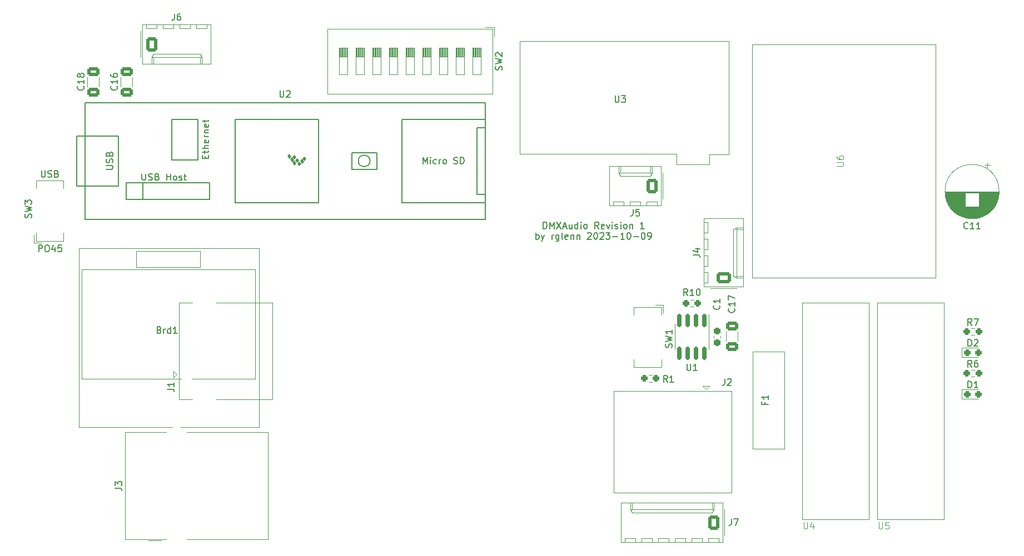
<source format=gto>
%TF.GenerationSoftware,KiCad,Pcbnew,7.0.7*%
%TF.CreationDate,2023-10-09T15:43:46-04:00*%
%TF.ProjectId,dmxaudio,646d7861-7564-4696-9f2e-6b696361645f,rev?*%
%TF.SameCoordinates,Original*%
%TF.FileFunction,Legend,Top*%
%TF.FilePolarity,Positive*%
%FSLAX46Y46*%
G04 Gerber Fmt 4.6, Leading zero omitted, Abs format (unit mm)*
G04 Created by KiCad (PCBNEW 7.0.7) date 2023-10-09 15:43:46*
%MOMM*%
%LPD*%
G01*
G04 APERTURE LIST*
G04 Aperture macros list*
%AMRoundRect*
0 Rectangle with rounded corners*
0 $1 Rounding radius*
0 $2 $3 $4 $5 $6 $7 $8 $9 X,Y pos of 4 corners*
0 Add a 4 corners polygon primitive as box body*
4,1,4,$2,$3,$4,$5,$6,$7,$8,$9,$2,$3,0*
0 Add four circle primitives for the rounded corners*
1,1,$1+$1,$2,$3*
1,1,$1+$1,$4,$5*
1,1,$1+$1,$6,$7*
1,1,$1+$1,$8,$9*
0 Add four rect primitives between the rounded corners*
20,1,$1+$1,$2,$3,$4,$5,0*
20,1,$1+$1,$4,$5,$6,$7,0*
20,1,$1+$1,$6,$7,$8,$9,0*
20,1,$1+$1,$8,$9,$2,$3,0*%
G04 Aperture macros list end*
%ADD10C,0.150000*%
%ADD11C,0.100000*%
%ADD12C,0.120000*%
%ADD13RoundRect,0.250000X0.620000X0.845000X-0.620000X0.845000X-0.620000X-0.845000X0.620000X-0.845000X0*%
%ADD14O,1.740000X2.190000*%
%ADD15C,2.700000*%
%ADD16RoundRect,0.150000X-0.150000X0.825000X-0.150000X-0.825000X0.150000X-0.825000X0.150000X0.825000X0*%
%ADD17R,1.600000X1.600000*%
%ADD18C,1.600000*%
%ADD19R,1.300000X1.300000*%
%ADD20C,1.300000*%
%ADD21O,3.400000X1.500000*%
%ADD22RoundRect,0.250000X0.650000X-0.412500X0.650000X0.412500X-0.650000X0.412500X-0.650000X-0.412500X0*%
%ADD23C,3.250000*%
%ADD24R,1.900000X1.900000*%
%ADD25C,1.900000*%
%ADD26C,2.100000*%
%ADD27C,2.600000*%
%ADD28R,1.400000X1.400000*%
%ADD29C,1.400000*%
%ADD30RoundRect,0.237500X-0.287500X-0.237500X0.287500X-0.237500X0.287500X0.237500X-0.287500X0.237500X0*%
%ADD31RoundRect,0.237500X-0.250000X-0.237500X0.250000X-0.237500X0.250000X0.237500X-0.250000X0.237500X0*%
%ADD32C,3.200000*%
%ADD33R,1.500000X1.500000*%
%ADD34C,1.500000*%
%ADD35R,2.000000X2.000000*%
%ADD36C,2.000000*%
%ADD37RoundRect,0.237500X0.250000X0.237500X-0.250000X0.237500X-0.250000X-0.237500X0.250000X-0.237500X0*%
%ADD38O,1.600000X1.600000*%
%ADD39C,1.524000*%
%ADD40RoundRect,0.250000X-0.620000X-0.845000X0.620000X-0.845000X0.620000X0.845000X-0.620000X0.845000X0*%
%ADD41R,1.524000X1.524000*%
%ADD42C,3.500000*%
%ADD43RoundRect,0.250000X0.845000X-0.620000X0.845000X0.620000X-0.845000X0.620000X-0.845000X-0.620000X0*%
%ADD44O,2.190000X1.740000*%
%ADD45RoundRect,0.237500X0.237500X-0.300000X0.237500X0.300000X-0.237500X0.300000X-0.237500X-0.300000X0*%
%ADD46O,1.600000X2.000000*%
G04 APERTURE END LIST*
D10*
X144733333Y-92867819D02*
X144733333Y-91867819D01*
X144733333Y-91867819D02*
X144971428Y-91867819D01*
X144971428Y-91867819D02*
X145114285Y-91915438D01*
X145114285Y-91915438D02*
X145209523Y-92010676D01*
X145209523Y-92010676D02*
X145257142Y-92105914D01*
X145257142Y-92105914D02*
X145304761Y-92296390D01*
X145304761Y-92296390D02*
X145304761Y-92439247D01*
X145304761Y-92439247D02*
X145257142Y-92629723D01*
X145257142Y-92629723D02*
X145209523Y-92724961D01*
X145209523Y-92724961D02*
X145114285Y-92820200D01*
X145114285Y-92820200D02*
X144971428Y-92867819D01*
X144971428Y-92867819D02*
X144733333Y-92867819D01*
X145733333Y-92867819D02*
X145733333Y-91867819D01*
X145733333Y-91867819D02*
X146066666Y-92582104D01*
X146066666Y-92582104D02*
X146399999Y-91867819D01*
X146399999Y-91867819D02*
X146399999Y-92867819D01*
X146780952Y-91867819D02*
X147447618Y-92867819D01*
X147447618Y-91867819D02*
X146780952Y-92867819D01*
X147780952Y-92582104D02*
X148257142Y-92582104D01*
X147685714Y-92867819D02*
X148019047Y-91867819D01*
X148019047Y-91867819D02*
X148352380Y-92867819D01*
X149114285Y-92201152D02*
X149114285Y-92867819D01*
X148685714Y-92201152D02*
X148685714Y-92724961D01*
X148685714Y-92724961D02*
X148733333Y-92820200D01*
X148733333Y-92820200D02*
X148828571Y-92867819D01*
X148828571Y-92867819D02*
X148971428Y-92867819D01*
X148971428Y-92867819D02*
X149066666Y-92820200D01*
X149066666Y-92820200D02*
X149114285Y-92772580D01*
X150019047Y-92867819D02*
X150019047Y-91867819D01*
X150019047Y-92820200D02*
X149923809Y-92867819D01*
X149923809Y-92867819D02*
X149733333Y-92867819D01*
X149733333Y-92867819D02*
X149638095Y-92820200D01*
X149638095Y-92820200D02*
X149590476Y-92772580D01*
X149590476Y-92772580D02*
X149542857Y-92677342D01*
X149542857Y-92677342D02*
X149542857Y-92391628D01*
X149542857Y-92391628D02*
X149590476Y-92296390D01*
X149590476Y-92296390D02*
X149638095Y-92248771D01*
X149638095Y-92248771D02*
X149733333Y-92201152D01*
X149733333Y-92201152D02*
X149923809Y-92201152D01*
X149923809Y-92201152D02*
X150019047Y-92248771D01*
X150495238Y-92867819D02*
X150495238Y-92201152D01*
X150495238Y-91867819D02*
X150447619Y-91915438D01*
X150447619Y-91915438D02*
X150495238Y-91963057D01*
X150495238Y-91963057D02*
X150542857Y-91915438D01*
X150542857Y-91915438D02*
X150495238Y-91867819D01*
X150495238Y-91867819D02*
X150495238Y-91963057D01*
X151114285Y-92867819D02*
X151019047Y-92820200D01*
X151019047Y-92820200D02*
X150971428Y-92772580D01*
X150971428Y-92772580D02*
X150923809Y-92677342D01*
X150923809Y-92677342D02*
X150923809Y-92391628D01*
X150923809Y-92391628D02*
X150971428Y-92296390D01*
X150971428Y-92296390D02*
X151019047Y-92248771D01*
X151019047Y-92248771D02*
X151114285Y-92201152D01*
X151114285Y-92201152D02*
X151257142Y-92201152D01*
X151257142Y-92201152D02*
X151352380Y-92248771D01*
X151352380Y-92248771D02*
X151399999Y-92296390D01*
X151399999Y-92296390D02*
X151447618Y-92391628D01*
X151447618Y-92391628D02*
X151447618Y-92677342D01*
X151447618Y-92677342D02*
X151399999Y-92772580D01*
X151399999Y-92772580D02*
X151352380Y-92820200D01*
X151352380Y-92820200D02*
X151257142Y-92867819D01*
X151257142Y-92867819D02*
X151114285Y-92867819D01*
X153209523Y-92867819D02*
X152876190Y-92391628D01*
X152638095Y-92867819D02*
X152638095Y-91867819D01*
X152638095Y-91867819D02*
X153019047Y-91867819D01*
X153019047Y-91867819D02*
X153114285Y-91915438D01*
X153114285Y-91915438D02*
X153161904Y-91963057D01*
X153161904Y-91963057D02*
X153209523Y-92058295D01*
X153209523Y-92058295D02*
X153209523Y-92201152D01*
X153209523Y-92201152D02*
X153161904Y-92296390D01*
X153161904Y-92296390D02*
X153114285Y-92344009D01*
X153114285Y-92344009D02*
X153019047Y-92391628D01*
X153019047Y-92391628D02*
X152638095Y-92391628D01*
X154019047Y-92820200D02*
X153923809Y-92867819D01*
X153923809Y-92867819D02*
X153733333Y-92867819D01*
X153733333Y-92867819D02*
X153638095Y-92820200D01*
X153638095Y-92820200D02*
X153590476Y-92724961D01*
X153590476Y-92724961D02*
X153590476Y-92344009D01*
X153590476Y-92344009D02*
X153638095Y-92248771D01*
X153638095Y-92248771D02*
X153733333Y-92201152D01*
X153733333Y-92201152D02*
X153923809Y-92201152D01*
X153923809Y-92201152D02*
X154019047Y-92248771D01*
X154019047Y-92248771D02*
X154066666Y-92344009D01*
X154066666Y-92344009D02*
X154066666Y-92439247D01*
X154066666Y-92439247D02*
X153590476Y-92534485D01*
X154400000Y-92201152D02*
X154638095Y-92867819D01*
X154638095Y-92867819D02*
X154876190Y-92201152D01*
X155257143Y-92867819D02*
X155257143Y-92201152D01*
X155257143Y-91867819D02*
X155209524Y-91915438D01*
X155209524Y-91915438D02*
X155257143Y-91963057D01*
X155257143Y-91963057D02*
X155304762Y-91915438D01*
X155304762Y-91915438D02*
X155257143Y-91867819D01*
X155257143Y-91867819D02*
X155257143Y-91963057D01*
X155685714Y-92820200D02*
X155780952Y-92867819D01*
X155780952Y-92867819D02*
X155971428Y-92867819D01*
X155971428Y-92867819D02*
X156066666Y-92820200D01*
X156066666Y-92820200D02*
X156114285Y-92724961D01*
X156114285Y-92724961D02*
X156114285Y-92677342D01*
X156114285Y-92677342D02*
X156066666Y-92582104D01*
X156066666Y-92582104D02*
X155971428Y-92534485D01*
X155971428Y-92534485D02*
X155828571Y-92534485D01*
X155828571Y-92534485D02*
X155733333Y-92486866D01*
X155733333Y-92486866D02*
X155685714Y-92391628D01*
X155685714Y-92391628D02*
X155685714Y-92344009D01*
X155685714Y-92344009D02*
X155733333Y-92248771D01*
X155733333Y-92248771D02*
X155828571Y-92201152D01*
X155828571Y-92201152D02*
X155971428Y-92201152D01*
X155971428Y-92201152D02*
X156066666Y-92248771D01*
X156542857Y-92867819D02*
X156542857Y-92201152D01*
X156542857Y-91867819D02*
X156495238Y-91915438D01*
X156495238Y-91915438D02*
X156542857Y-91963057D01*
X156542857Y-91963057D02*
X156590476Y-91915438D01*
X156590476Y-91915438D02*
X156542857Y-91867819D01*
X156542857Y-91867819D02*
X156542857Y-91963057D01*
X157161904Y-92867819D02*
X157066666Y-92820200D01*
X157066666Y-92820200D02*
X157019047Y-92772580D01*
X157019047Y-92772580D02*
X156971428Y-92677342D01*
X156971428Y-92677342D02*
X156971428Y-92391628D01*
X156971428Y-92391628D02*
X157019047Y-92296390D01*
X157019047Y-92296390D02*
X157066666Y-92248771D01*
X157066666Y-92248771D02*
X157161904Y-92201152D01*
X157161904Y-92201152D02*
X157304761Y-92201152D01*
X157304761Y-92201152D02*
X157399999Y-92248771D01*
X157399999Y-92248771D02*
X157447618Y-92296390D01*
X157447618Y-92296390D02*
X157495237Y-92391628D01*
X157495237Y-92391628D02*
X157495237Y-92677342D01*
X157495237Y-92677342D02*
X157447618Y-92772580D01*
X157447618Y-92772580D02*
X157399999Y-92820200D01*
X157399999Y-92820200D02*
X157304761Y-92867819D01*
X157304761Y-92867819D02*
X157161904Y-92867819D01*
X157923809Y-92201152D02*
X157923809Y-92867819D01*
X157923809Y-92296390D02*
X157971428Y-92248771D01*
X157971428Y-92248771D02*
X158066666Y-92201152D01*
X158066666Y-92201152D02*
X158209523Y-92201152D01*
X158209523Y-92201152D02*
X158304761Y-92248771D01*
X158304761Y-92248771D02*
X158352380Y-92344009D01*
X158352380Y-92344009D02*
X158352380Y-92867819D01*
X160114285Y-92867819D02*
X159542857Y-92867819D01*
X159828571Y-92867819D02*
X159828571Y-91867819D01*
X159828571Y-91867819D02*
X159733333Y-92010676D01*
X159733333Y-92010676D02*
X159638095Y-92105914D01*
X159638095Y-92105914D02*
X159542857Y-92153533D01*
X143638094Y-94477819D02*
X143638094Y-93477819D01*
X143638094Y-93858771D02*
X143733332Y-93811152D01*
X143733332Y-93811152D02*
X143923808Y-93811152D01*
X143923808Y-93811152D02*
X144019046Y-93858771D01*
X144019046Y-93858771D02*
X144066665Y-93906390D01*
X144066665Y-93906390D02*
X144114284Y-94001628D01*
X144114284Y-94001628D02*
X144114284Y-94287342D01*
X144114284Y-94287342D02*
X144066665Y-94382580D01*
X144066665Y-94382580D02*
X144019046Y-94430200D01*
X144019046Y-94430200D02*
X143923808Y-94477819D01*
X143923808Y-94477819D02*
X143733332Y-94477819D01*
X143733332Y-94477819D02*
X143638094Y-94430200D01*
X144447618Y-93811152D02*
X144685713Y-94477819D01*
X144923808Y-93811152D02*
X144685713Y-94477819D01*
X144685713Y-94477819D02*
X144590475Y-94715914D01*
X144590475Y-94715914D02*
X144542856Y-94763533D01*
X144542856Y-94763533D02*
X144447618Y-94811152D01*
X146066666Y-94477819D02*
X146066666Y-93811152D01*
X146066666Y-94001628D02*
X146114285Y-93906390D01*
X146114285Y-93906390D02*
X146161904Y-93858771D01*
X146161904Y-93858771D02*
X146257142Y-93811152D01*
X146257142Y-93811152D02*
X146352380Y-93811152D01*
X147114285Y-93811152D02*
X147114285Y-94620676D01*
X147114285Y-94620676D02*
X147066666Y-94715914D01*
X147066666Y-94715914D02*
X147019047Y-94763533D01*
X147019047Y-94763533D02*
X146923809Y-94811152D01*
X146923809Y-94811152D02*
X146780952Y-94811152D01*
X146780952Y-94811152D02*
X146685714Y-94763533D01*
X147114285Y-94430200D02*
X147019047Y-94477819D01*
X147019047Y-94477819D02*
X146828571Y-94477819D01*
X146828571Y-94477819D02*
X146733333Y-94430200D01*
X146733333Y-94430200D02*
X146685714Y-94382580D01*
X146685714Y-94382580D02*
X146638095Y-94287342D01*
X146638095Y-94287342D02*
X146638095Y-94001628D01*
X146638095Y-94001628D02*
X146685714Y-93906390D01*
X146685714Y-93906390D02*
X146733333Y-93858771D01*
X146733333Y-93858771D02*
X146828571Y-93811152D01*
X146828571Y-93811152D02*
X147019047Y-93811152D01*
X147019047Y-93811152D02*
X147114285Y-93858771D01*
X147733333Y-94477819D02*
X147638095Y-94430200D01*
X147638095Y-94430200D02*
X147590476Y-94334961D01*
X147590476Y-94334961D02*
X147590476Y-93477819D01*
X148495238Y-94430200D02*
X148400000Y-94477819D01*
X148400000Y-94477819D02*
X148209524Y-94477819D01*
X148209524Y-94477819D02*
X148114286Y-94430200D01*
X148114286Y-94430200D02*
X148066667Y-94334961D01*
X148066667Y-94334961D02*
X148066667Y-93954009D01*
X148066667Y-93954009D02*
X148114286Y-93858771D01*
X148114286Y-93858771D02*
X148209524Y-93811152D01*
X148209524Y-93811152D02*
X148400000Y-93811152D01*
X148400000Y-93811152D02*
X148495238Y-93858771D01*
X148495238Y-93858771D02*
X148542857Y-93954009D01*
X148542857Y-93954009D02*
X148542857Y-94049247D01*
X148542857Y-94049247D02*
X148066667Y-94144485D01*
X148971429Y-93811152D02*
X148971429Y-94477819D01*
X148971429Y-93906390D02*
X149019048Y-93858771D01*
X149019048Y-93858771D02*
X149114286Y-93811152D01*
X149114286Y-93811152D02*
X149257143Y-93811152D01*
X149257143Y-93811152D02*
X149352381Y-93858771D01*
X149352381Y-93858771D02*
X149400000Y-93954009D01*
X149400000Y-93954009D02*
X149400000Y-94477819D01*
X149876191Y-93811152D02*
X149876191Y-94477819D01*
X149876191Y-93906390D02*
X149923810Y-93858771D01*
X149923810Y-93858771D02*
X150019048Y-93811152D01*
X150019048Y-93811152D02*
X150161905Y-93811152D01*
X150161905Y-93811152D02*
X150257143Y-93858771D01*
X150257143Y-93858771D02*
X150304762Y-93954009D01*
X150304762Y-93954009D02*
X150304762Y-94477819D01*
X151495239Y-93573057D02*
X151542858Y-93525438D01*
X151542858Y-93525438D02*
X151638096Y-93477819D01*
X151638096Y-93477819D02*
X151876191Y-93477819D01*
X151876191Y-93477819D02*
X151971429Y-93525438D01*
X151971429Y-93525438D02*
X152019048Y-93573057D01*
X152019048Y-93573057D02*
X152066667Y-93668295D01*
X152066667Y-93668295D02*
X152066667Y-93763533D01*
X152066667Y-93763533D02*
X152019048Y-93906390D01*
X152019048Y-93906390D02*
X151447620Y-94477819D01*
X151447620Y-94477819D02*
X152066667Y-94477819D01*
X152685715Y-93477819D02*
X152780953Y-93477819D01*
X152780953Y-93477819D02*
X152876191Y-93525438D01*
X152876191Y-93525438D02*
X152923810Y-93573057D01*
X152923810Y-93573057D02*
X152971429Y-93668295D01*
X152971429Y-93668295D02*
X153019048Y-93858771D01*
X153019048Y-93858771D02*
X153019048Y-94096866D01*
X153019048Y-94096866D02*
X152971429Y-94287342D01*
X152971429Y-94287342D02*
X152923810Y-94382580D01*
X152923810Y-94382580D02*
X152876191Y-94430200D01*
X152876191Y-94430200D02*
X152780953Y-94477819D01*
X152780953Y-94477819D02*
X152685715Y-94477819D01*
X152685715Y-94477819D02*
X152590477Y-94430200D01*
X152590477Y-94430200D02*
X152542858Y-94382580D01*
X152542858Y-94382580D02*
X152495239Y-94287342D01*
X152495239Y-94287342D02*
X152447620Y-94096866D01*
X152447620Y-94096866D02*
X152447620Y-93858771D01*
X152447620Y-93858771D02*
X152495239Y-93668295D01*
X152495239Y-93668295D02*
X152542858Y-93573057D01*
X152542858Y-93573057D02*
X152590477Y-93525438D01*
X152590477Y-93525438D02*
X152685715Y-93477819D01*
X153400001Y-93573057D02*
X153447620Y-93525438D01*
X153447620Y-93525438D02*
X153542858Y-93477819D01*
X153542858Y-93477819D02*
X153780953Y-93477819D01*
X153780953Y-93477819D02*
X153876191Y-93525438D01*
X153876191Y-93525438D02*
X153923810Y-93573057D01*
X153923810Y-93573057D02*
X153971429Y-93668295D01*
X153971429Y-93668295D02*
X153971429Y-93763533D01*
X153971429Y-93763533D02*
X153923810Y-93906390D01*
X153923810Y-93906390D02*
X153352382Y-94477819D01*
X153352382Y-94477819D02*
X153971429Y-94477819D01*
X154304763Y-93477819D02*
X154923810Y-93477819D01*
X154923810Y-93477819D02*
X154590477Y-93858771D01*
X154590477Y-93858771D02*
X154733334Y-93858771D01*
X154733334Y-93858771D02*
X154828572Y-93906390D01*
X154828572Y-93906390D02*
X154876191Y-93954009D01*
X154876191Y-93954009D02*
X154923810Y-94049247D01*
X154923810Y-94049247D02*
X154923810Y-94287342D01*
X154923810Y-94287342D02*
X154876191Y-94382580D01*
X154876191Y-94382580D02*
X154828572Y-94430200D01*
X154828572Y-94430200D02*
X154733334Y-94477819D01*
X154733334Y-94477819D02*
X154447620Y-94477819D01*
X154447620Y-94477819D02*
X154352382Y-94430200D01*
X154352382Y-94430200D02*
X154304763Y-94382580D01*
X155352382Y-94096866D02*
X156114287Y-94096866D01*
X157114286Y-94477819D02*
X156542858Y-94477819D01*
X156828572Y-94477819D02*
X156828572Y-93477819D01*
X156828572Y-93477819D02*
X156733334Y-93620676D01*
X156733334Y-93620676D02*
X156638096Y-93715914D01*
X156638096Y-93715914D02*
X156542858Y-93763533D01*
X157733334Y-93477819D02*
X157828572Y-93477819D01*
X157828572Y-93477819D02*
X157923810Y-93525438D01*
X157923810Y-93525438D02*
X157971429Y-93573057D01*
X157971429Y-93573057D02*
X158019048Y-93668295D01*
X158019048Y-93668295D02*
X158066667Y-93858771D01*
X158066667Y-93858771D02*
X158066667Y-94096866D01*
X158066667Y-94096866D02*
X158019048Y-94287342D01*
X158019048Y-94287342D02*
X157971429Y-94382580D01*
X157971429Y-94382580D02*
X157923810Y-94430200D01*
X157923810Y-94430200D02*
X157828572Y-94477819D01*
X157828572Y-94477819D02*
X157733334Y-94477819D01*
X157733334Y-94477819D02*
X157638096Y-94430200D01*
X157638096Y-94430200D02*
X157590477Y-94382580D01*
X157590477Y-94382580D02*
X157542858Y-94287342D01*
X157542858Y-94287342D02*
X157495239Y-94096866D01*
X157495239Y-94096866D02*
X157495239Y-93858771D01*
X157495239Y-93858771D02*
X157542858Y-93668295D01*
X157542858Y-93668295D02*
X157590477Y-93573057D01*
X157590477Y-93573057D02*
X157638096Y-93525438D01*
X157638096Y-93525438D02*
X157733334Y-93477819D01*
X158495239Y-94096866D02*
X159257144Y-94096866D01*
X159923810Y-93477819D02*
X160019048Y-93477819D01*
X160019048Y-93477819D02*
X160114286Y-93525438D01*
X160114286Y-93525438D02*
X160161905Y-93573057D01*
X160161905Y-93573057D02*
X160209524Y-93668295D01*
X160209524Y-93668295D02*
X160257143Y-93858771D01*
X160257143Y-93858771D02*
X160257143Y-94096866D01*
X160257143Y-94096866D02*
X160209524Y-94287342D01*
X160209524Y-94287342D02*
X160161905Y-94382580D01*
X160161905Y-94382580D02*
X160114286Y-94430200D01*
X160114286Y-94430200D02*
X160019048Y-94477819D01*
X160019048Y-94477819D02*
X159923810Y-94477819D01*
X159923810Y-94477819D02*
X159828572Y-94430200D01*
X159828572Y-94430200D02*
X159780953Y-94382580D01*
X159780953Y-94382580D02*
X159733334Y-94287342D01*
X159733334Y-94287342D02*
X159685715Y-94096866D01*
X159685715Y-94096866D02*
X159685715Y-93858771D01*
X159685715Y-93858771D02*
X159733334Y-93668295D01*
X159733334Y-93668295D02*
X159780953Y-93573057D01*
X159780953Y-93573057D02*
X159828572Y-93525438D01*
X159828572Y-93525438D02*
X159923810Y-93477819D01*
X160733334Y-94477819D02*
X160923810Y-94477819D01*
X160923810Y-94477819D02*
X161019048Y-94430200D01*
X161019048Y-94430200D02*
X161066667Y-94382580D01*
X161066667Y-94382580D02*
X161161905Y-94239723D01*
X161161905Y-94239723D02*
X161209524Y-94049247D01*
X161209524Y-94049247D02*
X161209524Y-93668295D01*
X161209524Y-93668295D02*
X161161905Y-93573057D01*
X161161905Y-93573057D02*
X161114286Y-93525438D01*
X161114286Y-93525438D02*
X161019048Y-93477819D01*
X161019048Y-93477819D02*
X160828572Y-93477819D01*
X160828572Y-93477819D02*
X160733334Y-93525438D01*
X160733334Y-93525438D02*
X160685715Y-93573057D01*
X160685715Y-93573057D02*
X160638096Y-93668295D01*
X160638096Y-93668295D02*
X160638096Y-93906390D01*
X160638096Y-93906390D02*
X160685715Y-94001628D01*
X160685715Y-94001628D02*
X160733334Y-94049247D01*
X160733334Y-94049247D02*
X160828572Y-94096866D01*
X160828572Y-94096866D02*
X161019048Y-94096866D01*
X161019048Y-94096866D02*
X161114286Y-94049247D01*
X161114286Y-94049247D02*
X161161905Y-94001628D01*
X161161905Y-94001628D02*
X161209524Y-93906390D01*
X67900779Y-96389819D02*
X67900779Y-95389819D01*
X67900779Y-95389819D02*
X68281731Y-95389819D01*
X68281731Y-95389819D02*
X68376969Y-95437438D01*
X68376969Y-95437438D02*
X68424588Y-95485057D01*
X68424588Y-95485057D02*
X68472207Y-95580295D01*
X68472207Y-95580295D02*
X68472207Y-95723152D01*
X68472207Y-95723152D02*
X68424588Y-95818390D01*
X68424588Y-95818390D02*
X68376969Y-95866009D01*
X68376969Y-95866009D02*
X68281731Y-95913628D01*
X68281731Y-95913628D02*
X67900779Y-95913628D01*
X69091255Y-95389819D02*
X69281731Y-95389819D01*
X69281731Y-95389819D02*
X69376969Y-95437438D01*
X69376969Y-95437438D02*
X69472207Y-95532676D01*
X69472207Y-95532676D02*
X69519826Y-95723152D01*
X69519826Y-95723152D02*
X69519826Y-96056485D01*
X69519826Y-96056485D02*
X69472207Y-96246961D01*
X69472207Y-96246961D02*
X69376969Y-96342200D01*
X69376969Y-96342200D02*
X69281731Y-96389819D01*
X69281731Y-96389819D02*
X69091255Y-96389819D01*
X69091255Y-96389819D02*
X68996017Y-96342200D01*
X68996017Y-96342200D02*
X68900779Y-96246961D01*
X68900779Y-96246961D02*
X68853160Y-96056485D01*
X68853160Y-96056485D02*
X68853160Y-95723152D01*
X68853160Y-95723152D02*
X68900779Y-95532676D01*
X68900779Y-95532676D02*
X68996017Y-95437438D01*
X68996017Y-95437438D02*
X69091255Y-95389819D01*
X70376969Y-95723152D02*
X70376969Y-96389819D01*
X70138874Y-95342200D02*
X69900779Y-96056485D01*
X69900779Y-96056485D02*
X70519826Y-96056485D01*
X71376969Y-95389819D02*
X70900779Y-95389819D01*
X70900779Y-95389819D02*
X70853160Y-95866009D01*
X70853160Y-95866009D02*
X70900779Y-95818390D01*
X70900779Y-95818390D02*
X70996017Y-95770771D01*
X70996017Y-95770771D02*
X71234112Y-95770771D01*
X71234112Y-95770771D02*
X71329350Y-95818390D01*
X71329350Y-95818390D02*
X71376969Y-95866009D01*
X71376969Y-95866009D02*
X71424588Y-95961247D01*
X71424588Y-95961247D02*
X71424588Y-96199342D01*
X71424588Y-96199342D02*
X71376969Y-96294580D01*
X71376969Y-96294580D02*
X71329350Y-96342200D01*
X71329350Y-96342200D02*
X71234112Y-96389819D01*
X71234112Y-96389819D02*
X70996017Y-96389819D01*
X70996017Y-96389819D02*
X70900779Y-96342200D01*
X70900779Y-96342200D02*
X70853160Y-96294580D01*
X68334095Y-84036819D02*
X68334095Y-84846342D01*
X68334095Y-84846342D02*
X68381714Y-84941580D01*
X68381714Y-84941580D02*
X68429333Y-84989200D01*
X68429333Y-84989200D02*
X68524571Y-85036819D01*
X68524571Y-85036819D02*
X68715047Y-85036819D01*
X68715047Y-85036819D02*
X68810285Y-84989200D01*
X68810285Y-84989200D02*
X68857904Y-84941580D01*
X68857904Y-84941580D02*
X68905523Y-84846342D01*
X68905523Y-84846342D02*
X68905523Y-84036819D01*
X69334095Y-84989200D02*
X69476952Y-85036819D01*
X69476952Y-85036819D02*
X69715047Y-85036819D01*
X69715047Y-85036819D02*
X69810285Y-84989200D01*
X69810285Y-84989200D02*
X69857904Y-84941580D01*
X69857904Y-84941580D02*
X69905523Y-84846342D01*
X69905523Y-84846342D02*
X69905523Y-84751104D01*
X69905523Y-84751104D02*
X69857904Y-84655866D01*
X69857904Y-84655866D02*
X69810285Y-84608247D01*
X69810285Y-84608247D02*
X69715047Y-84560628D01*
X69715047Y-84560628D02*
X69524571Y-84513009D01*
X69524571Y-84513009D02*
X69429333Y-84465390D01*
X69429333Y-84465390D02*
X69381714Y-84417771D01*
X69381714Y-84417771D02*
X69334095Y-84322533D01*
X69334095Y-84322533D02*
X69334095Y-84227295D01*
X69334095Y-84227295D02*
X69381714Y-84132057D01*
X69381714Y-84132057D02*
X69429333Y-84084438D01*
X69429333Y-84084438D02*
X69524571Y-84036819D01*
X69524571Y-84036819D02*
X69762666Y-84036819D01*
X69762666Y-84036819D02*
X69905523Y-84084438D01*
X70667428Y-84513009D02*
X70810285Y-84560628D01*
X70810285Y-84560628D02*
X70857904Y-84608247D01*
X70857904Y-84608247D02*
X70905523Y-84703485D01*
X70905523Y-84703485D02*
X70905523Y-84846342D01*
X70905523Y-84846342D02*
X70857904Y-84941580D01*
X70857904Y-84941580D02*
X70810285Y-84989200D01*
X70810285Y-84989200D02*
X70715047Y-85036819D01*
X70715047Y-85036819D02*
X70334095Y-85036819D01*
X70334095Y-85036819D02*
X70334095Y-84036819D01*
X70334095Y-84036819D02*
X70667428Y-84036819D01*
X70667428Y-84036819D02*
X70762666Y-84084438D01*
X70762666Y-84084438D02*
X70810285Y-84132057D01*
X70810285Y-84132057D02*
X70857904Y-84227295D01*
X70857904Y-84227295D02*
X70857904Y-84322533D01*
X70857904Y-84322533D02*
X70810285Y-84417771D01*
X70810285Y-84417771D02*
X70762666Y-84465390D01*
X70762666Y-84465390D02*
X70667428Y-84513009D01*
X70667428Y-84513009D02*
X70334095Y-84513009D01*
X173402666Y-137122819D02*
X173402666Y-137837104D01*
X173402666Y-137837104D02*
X173355047Y-137979961D01*
X173355047Y-137979961D02*
X173259809Y-138075200D01*
X173259809Y-138075200D02*
X173116952Y-138122819D01*
X173116952Y-138122819D02*
X173021714Y-138122819D01*
X173783619Y-137122819D02*
X174450285Y-137122819D01*
X174450285Y-137122819D02*
X174021714Y-138122819D01*
X166624095Y-113500819D02*
X166624095Y-114310342D01*
X166624095Y-114310342D02*
X166671714Y-114405580D01*
X166671714Y-114405580D02*
X166719333Y-114453200D01*
X166719333Y-114453200D02*
X166814571Y-114500819D01*
X166814571Y-114500819D02*
X167005047Y-114500819D01*
X167005047Y-114500819D02*
X167100285Y-114453200D01*
X167100285Y-114453200D02*
X167147904Y-114405580D01*
X167147904Y-114405580D02*
X167195523Y-114310342D01*
X167195523Y-114310342D02*
X167195523Y-113500819D01*
X168195523Y-114500819D02*
X167624095Y-114500819D01*
X167909809Y-114500819D02*
X167909809Y-113500819D01*
X167909809Y-113500819D02*
X167814571Y-113643676D01*
X167814571Y-113643676D02*
X167719333Y-113738914D01*
X167719333Y-113738914D02*
X167624095Y-113786533D01*
X104648095Y-71844819D02*
X104648095Y-72654342D01*
X104648095Y-72654342D02*
X104695714Y-72749580D01*
X104695714Y-72749580D02*
X104743333Y-72797200D01*
X104743333Y-72797200D02*
X104838571Y-72844819D01*
X104838571Y-72844819D02*
X105029047Y-72844819D01*
X105029047Y-72844819D02*
X105124285Y-72797200D01*
X105124285Y-72797200D02*
X105171904Y-72749580D01*
X105171904Y-72749580D02*
X105219523Y-72654342D01*
X105219523Y-72654342D02*
X105219523Y-71844819D01*
X105648095Y-71940057D02*
X105695714Y-71892438D01*
X105695714Y-71892438D02*
X105790952Y-71844819D01*
X105790952Y-71844819D02*
X106029047Y-71844819D01*
X106029047Y-71844819D02*
X106124285Y-71892438D01*
X106124285Y-71892438D02*
X106171904Y-71940057D01*
X106171904Y-71940057D02*
X106219523Y-72035295D01*
X106219523Y-72035295D02*
X106219523Y-72130533D01*
X106219523Y-72130533D02*
X106171904Y-72273390D01*
X106171904Y-72273390D02*
X105600476Y-72844819D01*
X105600476Y-72844819D02*
X106219523Y-72844819D01*
X83634676Y-84494019D02*
X83634676Y-85303542D01*
X83634676Y-85303542D02*
X83682295Y-85398780D01*
X83682295Y-85398780D02*
X83729914Y-85446400D01*
X83729914Y-85446400D02*
X83825152Y-85494019D01*
X83825152Y-85494019D02*
X84015628Y-85494019D01*
X84015628Y-85494019D02*
X84110866Y-85446400D01*
X84110866Y-85446400D02*
X84158485Y-85398780D01*
X84158485Y-85398780D02*
X84206104Y-85303542D01*
X84206104Y-85303542D02*
X84206104Y-84494019D01*
X84634676Y-85446400D02*
X84777533Y-85494019D01*
X84777533Y-85494019D02*
X85015628Y-85494019D01*
X85015628Y-85494019D02*
X85110866Y-85446400D01*
X85110866Y-85446400D02*
X85158485Y-85398780D01*
X85158485Y-85398780D02*
X85206104Y-85303542D01*
X85206104Y-85303542D02*
X85206104Y-85208304D01*
X85206104Y-85208304D02*
X85158485Y-85113066D01*
X85158485Y-85113066D02*
X85110866Y-85065447D01*
X85110866Y-85065447D02*
X85015628Y-85017828D01*
X85015628Y-85017828D02*
X84825152Y-84970209D01*
X84825152Y-84970209D02*
X84729914Y-84922590D01*
X84729914Y-84922590D02*
X84682295Y-84874971D01*
X84682295Y-84874971D02*
X84634676Y-84779733D01*
X84634676Y-84779733D02*
X84634676Y-84684495D01*
X84634676Y-84684495D02*
X84682295Y-84589257D01*
X84682295Y-84589257D02*
X84729914Y-84541638D01*
X84729914Y-84541638D02*
X84825152Y-84494019D01*
X84825152Y-84494019D02*
X85063247Y-84494019D01*
X85063247Y-84494019D02*
X85206104Y-84541638D01*
X85968009Y-84970209D02*
X86110866Y-85017828D01*
X86110866Y-85017828D02*
X86158485Y-85065447D01*
X86158485Y-85065447D02*
X86206104Y-85160685D01*
X86206104Y-85160685D02*
X86206104Y-85303542D01*
X86206104Y-85303542D02*
X86158485Y-85398780D01*
X86158485Y-85398780D02*
X86110866Y-85446400D01*
X86110866Y-85446400D02*
X86015628Y-85494019D01*
X86015628Y-85494019D02*
X85634676Y-85494019D01*
X85634676Y-85494019D02*
X85634676Y-84494019D01*
X85634676Y-84494019D02*
X85968009Y-84494019D01*
X85968009Y-84494019D02*
X86063247Y-84541638D01*
X86063247Y-84541638D02*
X86110866Y-84589257D01*
X86110866Y-84589257D02*
X86158485Y-84684495D01*
X86158485Y-84684495D02*
X86158485Y-84779733D01*
X86158485Y-84779733D02*
X86110866Y-84874971D01*
X86110866Y-84874971D02*
X86063247Y-84922590D01*
X86063247Y-84922590D02*
X85968009Y-84970209D01*
X85968009Y-84970209D02*
X85634676Y-84970209D01*
X87396581Y-85494019D02*
X87396581Y-84494019D01*
X87396581Y-84970209D02*
X87968009Y-84970209D01*
X87968009Y-85494019D02*
X87968009Y-84494019D01*
X88587057Y-85494019D02*
X88491819Y-85446400D01*
X88491819Y-85446400D02*
X88444200Y-85398780D01*
X88444200Y-85398780D02*
X88396581Y-85303542D01*
X88396581Y-85303542D02*
X88396581Y-85017828D01*
X88396581Y-85017828D02*
X88444200Y-84922590D01*
X88444200Y-84922590D02*
X88491819Y-84874971D01*
X88491819Y-84874971D02*
X88587057Y-84827352D01*
X88587057Y-84827352D02*
X88729914Y-84827352D01*
X88729914Y-84827352D02*
X88825152Y-84874971D01*
X88825152Y-84874971D02*
X88872771Y-84922590D01*
X88872771Y-84922590D02*
X88920390Y-85017828D01*
X88920390Y-85017828D02*
X88920390Y-85303542D01*
X88920390Y-85303542D02*
X88872771Y-85398780D01*
X88872771Y-85398780D02*
X88825152Y-85446400D01*
X88825152Y-85446400D02*
X88729914Y-85494019D01*
X88729914Y-85494019D02*
X88587057Y-85494019D01*
X89301343Y-85446400D02*
X89396581Y-85494019D01*
X89396581Y-85494019D02*
X89587057Y-85494019D01*
X89587057Y-85494019D02*
X89682295Y-85446400D01*
X89682295Y-85446400D02*
X89729914Y-85351161D01*
X89729914Y-85351161D02*
X89729914Y-85303542D01*
X89729914Y-85303542D02*
X89682295Y-85208304D01*
X89682295Y-85208304D02*
X89587057Y-85160685D01*
X89587057Y-85160685D02*
X89444200Y-85160685D01*
X89444200Y-85160685D02*
X89348962Y-85113066D01*
X89348962Y-85113066D02*
X89301343Y-85017828D01*
X89301343Y-85017828D02*
X89301343Y-84970209D01*
X89301343Y-84970209D02*
X89348962Y-84874971D01*
X89348962Y-84874971D02*
X89444200Y-84827352D01*
X89444200Y-84827352D02*
X89587057Y-84827352D01*
X89587057Y-84827352D02*
X89682295Y-84874971D01*
X90015629Y-84827352D02*
X90396581Y-84827352D01*
X90158486Y-84494019D02*
X90158486Y-85351161D01*
X90158486Y-85351161D02*
X90206105Y-85446400D01*
X90206105Y-85446400D02*
X90301343Y-85494019D01*
X90301343Y-85494019D02*
X90396581Y-85494019D01*
X78194819Y-83811904D02*
X79004342Y-83811904D01*
X79004342Y-83811904D02*
X79099580Y-83764285D01*
X79099580Y-83764285D02*
X79147200Y-83716666D01*
X79147200Y-83716666D02*
X79194819Y-83621428D01*
X79194819Y-83621428D02*
X79194819Y-83430952D01*
X79194819Y-83430952D02*
X79147200Y-83335714D01*
X79147200Y-83335714D02*
X79099580Y-83288095D01*
X79099580Y-83288095D02*
X79004342Y-83240476D01*
X79004342Y-83240476D02*
X78194819Y-83240476D01*
X79147200Y-82811904D02*
X79194819Y-82669047D01*
X79194819Y-82669047D02*
X79194819Y-82430952D01*
X79194819Y-82430952D02*
X79147200Y-82335714D01*
X79147200Y-82335714D02*
X79099580Y-82288095D01*
X79099580Y-82288095D02*
X79004342Y-82240476D01*
X79004342Y-82240476D02*
X78909104Y-82240476D01*
X78909104Y-82240476D02*
X78813866Y-82288095D01*
X78813866Y-82288095D02*
X78766247Y-82335714D01*
X78766247Y-82335714D02*
X78718628Y-82430952D01*
X78718628Y-82430952D02*
X78671009Y-82621428D01*
X78671009Y-82621428D02*
X78623390Y-82716666D01*
X78623390Y-82716666D02*
X78575771Y-82764285D01*
X78575771Y-82764285D02*
X78480533Y-82811904D01*
X78480533Y-82811904D02*
X78385295Y-82811904D01*
X78385295Y-82811904D02*
X78290057Y-82764285D01*
X78290057Y-82764285D02*
X78242438Y-82716666D01*
X78242438Y-82716666D02*
X78194819Y-82621428D01*
X78194819Y-82621428D02*
X78194819Y-82383333D01*
X78194819Y-82383333D02*
X78242438Y-82240476D01*
X78671009Y-81478571D02*
X78718628Y-81335714D01*
X78718628Y-81335714D02*
X78766247Y-81288095D01*
X78766247Y-81288095D02*
X78861485Y-81240476D01*
X78861485Y-81240476D02*
X79004342Y-81240476D01*
X79004342Y-81240476D02*
X79099580Y-81288095D01*
X79099580Y-81288095D02*
X79147200Y-81335714D01*
X79147200Y-81335714D02*
X79194819Y-81430952D01*
X79194819Y-81430952D02*
X79194819Y-81811904D01*
X79194819Y-81811904D02*
X78194819Y-81811904D01*
X78194819Y-81811904D02*
X78194819Y-81478571D01*
X78194819Y-81478571D02*
X78242438Y-81383333D01*
X78242438Y-81383333D02*
X78290057Y-81335714D01*
X78290057Y-81335714D02*
X78385295Y-81288095D01*
X78385295Y-81288095D02*
X78480533Y-81288095D01*
X78480533Y-81288095D02*
X78575771Y-81335714D01*
X78575771Y-81335714D02*
X78623390Y-81383333D01*
X78623390Y-81383333D02*
X78671009Y-81478571D01*
X78671009Y-81478571D02*
X78671009Y-81811904D01*
X126420952Y-83004819D02*
X126420952Y-82004819D01*
X126420952Y-82004819D02*
X126754285Y-82719104D01*
X126754285Y-82719104D02*
X127087618Y-82004819D01*
X127087618Y-82004819D02*
X127087618Y-83004819D01*
X127563809Y-83004819D02*
X127563809Y-82338152D01*
X127563809Y-82004819D02*
X127516190Y-82052438D01*
X127516190Y-82052438D02*
X127563809Y-82100057D01*
X127563809Y-82100057D02*
X127611428Y-82052438D01*
X127611428Y-82052438D02*
X127563809Y-82004819D01*
X127563809Y-82004819D02*
X127563809Y-82100057D01*
X128468570Y-82957200D02*
X128373332Y-83004819D01*
X128373332Y-83004819D02*
X128182856Y-83004819D01*
X128182856Y-83004819D02*
X128087618Y-82957200D01*
X128087618Y-82957200D02*
X128039999Y-82909580D01*
X128039999Y-82909580D02*
X127992380Y-82814342D01*
X127992380Y-82814342D02*
X127992380Y-82528628D01*
X127992380Y-82528628D02*
X128039999Y-82433390D01*
X128039999Y-82433390D02*
X128087618Y-82385771D01*
X128087618Y-82385771D02*
X128182856Y-82338152D01*
X128182856Y-82338152D02*
X128373332Y-82338152D01*
X128373332Y-82338152D02*
X128468570Y-82385771D01*
X128897142Y-83004819D02*
X128897142Y-82338152D01*
X128897142Y-82528628D02*
X128944761Y-82433390D01*
X128944761Y-82433390D02*
X128992380Y-82385771D01*
X128992380Y-82385771D02*
X129087618Y-82338152D01*
X129087618Y-82338152D02*
X129182856Y-82338152D01*
X129659047Y-83004819D02*
X129563809Y-82957200D01*
X129563809Y-82957200D02*
X129516190Y-82909580D01*
X129516190Y-82909580D02*
X129468571Y-82814342D01*
X129468571Y-82814342D02*
X129468571Y-82528628D01*
X129468571Y-82528628D02*
X129516190Y-82433390D01*
X129516190Y-82433390D02*
X129563809Y-82385771D01*
X129563809Y-82385771D02*
X129659047Y-82338152D01*
X129659047Y-82338152D02*
X129801904Y-82338152D01*
X129801904Y-82338152D02*
X129897142Y-82385771D01*
X129897142Y-82385771D02*
X129944761Y-82433390D01*
X129944761Y-82433390D02*
X129992380Y-82528628D01*
X129992380Y-82528628D02*
X129992380Y-82814342D01*
X129992380Y-82814342D02*
X129944761Y-82909580D01*
X129944761Y-82909580D02*
X129897142Y-82957200D01*
X129897142Y-82957200D02*
X129801904Y-83004819D01*
X129801904Y-83004819D02*
X129659047Y-83004819D01*
X131135238Y-82957200D02*
X131278095Y-83004819D01*
X131278095Y-83004819D02*
X131516190Y-83004819D01*
X131516190Y-83004819D02*
X131611428Y-82957200D01*
X131611428Y-82957200D02*
X131659047Y-82909580D01*
X131659047Y-82909580D02*
X131706666Y-82814342D01*
X131706666Y-82814342D02*
X131706666Y-82719104D01*
X131706666Y-82719104D02*
X131659047Y-82623866D01*
X131659047Y-82623866D02*
X131611428Y-82576247D01*
X131611428Y-82576247D02*
X131516190Y-82528628D01*
X131516190Y-82528628D02*
X131325714Y-82481009D01*
X131325714Y-82481009D02*
X131230476Y-82433390D01*
X131230476Y-82433390D02*
X131182857Y-82385771D01*
X131182857Y-82385771D02*
X131135238Y-82290533D01*
X131135238Y-82290533D02*
X131135238Y-82195295D01*
X131135238Y-82195295D02*
X131182857Y-82100057D01*
X131182857Y-82100057D02*
X131230476Y-82052438D01*
X131230476Y-82052438D02*
X131325714Y-82004819D01*
X131325714Y-82004819D02*
X131563809Y-82004819D01*
X131563809Y-82004819D02*
X131706666Y-82052438D01*
X132135238Y-83004819D02*
X132135238Y-82004819D01*
X132135238Y-82004819D02*
X132373333Y-82004819D01*
X132373333Y-82004819D02*
X132516190Y-82052438D01*
X132516190Y-82052438D02*
X132611428Y-82147676D01*
X132611428Y-82147676D02*
X132659047Y-82242914D01*
X132659047Y-82242914D02*
X132706666Y-82433390D01*
X132706666Y-82433390D02*
X132706666Y-82576247D01*
X132706666Y-82576247D02*
X132659047Y-82766723D01*
X132659047Y-82766723D02*
X132611428Y-82861961D01*
X132611428Y-82861961D02*
X132516190Y-82957200D01*
X132516190Y-82957200D02*
X132373333Y-83004819D01*
X132373333Y-83004819D02*
X132135238Y-83004819D01*
X93276009Y-82130543D02*
X93276009Y-81797210D01*
X93799819Y-81654353D02*
X93799819Y-82130543D01*
X93799819Y-82130543D02*
X92799819Y-82130543D01*
X92799819Y-82130543D02*
X92799819Y-81654353D01*
X93133152Y-81368638D02*
X93133152Y-80987686D01*
X92799819Y-81225781D02*
X93656961Y-81225781D01*
X93656961Y-81225781D02*
X93752200Y-81178162D01*
X93752200Y-81178162D02*
X93799819Y-81082924D01*
X93799819Y-81082924D02*
X93799819Y-80987686D01*
X93799819Y-80654352D02*
X92799819Y-80654352D01*
X93799819Y-80225781D02*
X93276009Y-80225781D01*
X93276009Y-80225781D02*
X93180771Y-80273400D01*
X93180771Y-80273400D02*
X93133152Y-80368638D01*
X93133152Y-80368638D02*
X93133152Y-80511495D01*
X93133152Y-80511495D02*
X93180771Y-80606733D01*
X93180771Y-80606733D02*
X93228390Y-80654352D01*
X93752200Y-79368638D02*
X93799819Y-79463876D01*
X93799819Y-79463876D02*
X93799819Y-79654352D01*
X93799819Y-79654352D02*
X93752200Y-79749590D01*
X93752200Y-79749590D02*
X93656961Y-79797209D01*
X93656961Y-79797209D02*
X93276009Y-79797209D01*
X93276009Y-79797209D02*
X93180771Y-79749590D01*
X93180771Y-79749590D02*
X93133152Y-79654352D01*
X93133152Y-79654352D02*
X93133152Y-79463876D01*
X93133152Y-79463876D02*
X93180771Y-79368638D01*
X93180771Y-79368638D02*
X93276009Y-79321019D01*
X93276009Y-79321019D02*
X93371247Y-79321019D01*
X93371247Y-79321019D02*
X93466485Y-79797209D01*
X93799819Y-78892447D02*
X93133152Y-78892447D01*
X93323628Y-78892447D02*
X93228390Y-78844828D01*
X93228390Y-78844828D02*
X93180771Y-78797209D01*
X93180771Y-78797209D02*
X93133152Y-78701971D01*
X93133152Y-78701971D02*
X93133152Y-78606733D01*
X93133152Y-78273399D02*
X93799819Y-78273399D01*
X93228390Y-78273399D02*
X93180771Y-78225780D01*
X93180771Y-78225780D02*
X93133152Y-78130542D01*
X93133152Y-78130542D02*
X93133152Y-77987685D01*
X93133152Y-77987685D02*
X93180771Y-77892447D01*
X93180771Y-77892447D02*
X93276009Y-77844828D01*
X93276009Y-77844828D02*
X93799819Y-77844828D01*
X93752200Y-76987685D02*
X93799819Y-77082923D01*
X93799819Y-77082923D02*
X93799819Y-77273399D01*
X93799819Y-77273399D02*
X93752200Y-77368637D01*
X93752200Y-77368637D02*
X93656961Y-77416256D01*
X93656961Y-77416256D02*
X93276009Y-77416256D01*
X93276009Y-77416256D02*
X93180771Y-77368637D01*
X93180771Y-77368637D02*
X93133152Y-77273399D01*
X93133152Y-77273399D02*
X93133152Y-77082923D01*
X93133152Y-77082923D02*
X93180771Y-76987685D01*
X93180771Y-76987685D02*
X93276009Y-76940066D01*
X93276009Y-76940066D02*
X93371247Y-76940066D01*
X93371247Y-76940066D02*
X93466485Y-77416256D01*
X93133152Y-76654351D02*
X93133152Y-76273399D01*
X92799819Y-76511494D02*
X93656961Y-76511494D01*
X93656961Y-76511494D02*
X93752200Y-76463875D01*
X93752200Y-76463875D02*
X93799819Y-76368637D01*
X93799819Y-76368637D02*
X93799819Y-76273399D01*
X178501009Y-119341333D02*
X178501009Y-119674666D01*
X179024819Y-119674666D02*
X178024819Y-119674666D01*
X178024819Y-119674666D02*
X178024819Y-119198476D01*
X179024819Y-118293714D02*
X179024819Y-118865142D01*
X179024819Y-118579428D02*
X178024819Y-118579428D01*
X178024819Y-118579428D02*
X178167676Y-118674666D01*
X178167676Y-118674666D02*
X178262914Y-118769904D01*
X178262914Y-118769904D02*
X178310533Y-118865142D01*
X79789580Y-71127857D02*
X79837200Y-71175476D01*
X79837200Y-71175476D02*
X79884819Y-71318333D01*
X79884819Y-71318333D02*
X79884819Y-71413571D01*
X79884819Y-71413571D02*
X79837200Y-71556428D01*
X79837200Y-71556428D02*
X79741961Y-71651666D01*
X79741961Y-71651666D02*
X79646723Y-71699285D01*
X79646723Y-71699285D02*
X79456247Y-71746904D01*
X79456247Y-71746904D02*
X79313390Y-71746904D01*
X79313390Y-71746904D02*
X79122914Y-71699285D01*
X79122914Y-71699285D02*
X79027676Y-71651666D01*
X79027676Y-71651666D02*
X78932438Y-71556428D01*
X78932438Y-71556428D02*
X78884819Y-71413571D01*
X78884819Y-71413571D02*
X78884819Y-71318333D01*
X78884819Y-71318333D02*
X78932438Y-71175476D01*
X78932438Y-71175476D02*
X78980057Y-71127857D01*
X79884819Y-70175476D02*
X79884819Y-70746904D01*
X79884819Y-70461190D02*
X78884819Y-70461190D01*
X78884819Y-70461190D02*
X79027676Y-70556428D01*
X79027676Y-70556428D02*
X79122914Y-70651666D01*
X79122914Y-70651666D02*
X79170533Y-70746904D01*
X78884819Y-69318333D02*
X78884819Y-69508809D01*
X78884819Y-69508809D02*
X78932438Y-69604047D01*
X78932438Y-69604047D02*
X78980057Y-69651666D01*
X78980057Y-69651666D02*
X79122914Y-69746904D01*
X79122914Y-69746904D02*
X79313390Y-69794523D01*
X79313390Y-69794523D02*
X79694342Y-69794523D01*
X79694342Y-69794523D02*
X79789580Y-69746904D01*
X79789580Y-69746904D02*
X79837200Y-69699285D01*
X79837200Y-69699285D02*
X79884819Y-69604047D01*
X79884819Y-69604047D02*
X79884819Y-69413571D01*
X79884819Y-69413571D02*
X79837200Y-69318333D01*
X79837200Y-69318333D02*
X79789580Y-69270714D01*
X79789580Y-69270714D02*
X79694342Y-69223095D01*
X79694342Y-69223095D02*
X79456247Y-69223095D01*
X79456247Y-69223095D02*
X79361009Y-69270714D01*
X79361009Y-69270714D02*
X79313390Y-69318333D01*
X79313390Y-69318333D02*
X79265771Y-69413571D01*
X79265771Y-69413571D02*
X79265771Y-69604047D01*
X79265771Y-69604047D02*
X79313390Y-69699285D01*
X79313390Y-69699285D02*
X79361009Y-69746904D01*
X79361009Y-69746904D02*
X79456247Y-69794523D01*
X79566819Y-132413333D02*
X80281104Y-132413333D01*
X80281104Y-132413333D02*
X80423961Y-132460952D01*
X80423961Y-132460952D02*
X80519200Y-132556190D01*
X80519200Y-132556190D02*
X80566819Y-132699047D01*
X80566819Y-132699047D02*
X80566819Y-132794285D01*
X79566819Y-132032380D02*
X79566819Y-131413333D01*
X79566819Y-131413333D02*
X79947771Y-131746666D01*
X79947771Y-131746666D02*
X79947771Y-131603809D01*
X79947771Y-131603809D02*
X79995390Y-131508571D01*
X79995390Y-131508571D02*
X80043009Y-131460952D01*
X80043009Y-131460952D02*
X80138247Y-131413333D01*
X80138247Y-131413333D02*
X80376342Y-131413333D01*
X80376342Y-131413333D02*
X80471580Y-131460952D01*
X80471580Y-131460952D02*
X80519200Y-131508571D01*
X80519200Y-131508571D02*
X80566819Y-131603809D01*
X80566819Y-131603809D02*
X80566819Y-131889523D01*
X80566819Y-131889523D02*
X80519200Y-131984761D01*
X80519200Y-131984761D02*
X80471580Y-132032380D01*
X66752200Y-91213332D02*
X66799819Y-91070475D01*
X66799819Y-91070475D02*
X66799819Y-90832380D01*
X66799819Y-90832380D02*
X66752200Y-90737142D01*
X66752200Y-90737142D02*
X66704580Y-90689523D01*
X66704580Y-90689523D02*
X66609342Y-90641904D01*
X66609342Y-90641904D02*
X66514104Y-90641904D01*
X66514104Y-90641904D02*
X66418866Y-90689523D01*
X66418866Y-90689523D02*
X66371247Y-90737142D01*
X66371247Y-90737142D02*
X66323628Y-90832380D01*
X66323628Y-90832380D02*
X66276009Y-91022856D01*
X66276009Y-91022856D02*
X66228390Y-91118094D01*
X66228390Y-91118094D02*
X66180771Y-91165713D01*
X66180771Y-91165713D02*
X66085533Y-91213332D01*
X66085533Y-91213332D02*
X65990295Y-91213332D01*
X65990295Y-91213332D02*
X65895057Y-91165713D01*
X65895057Y-91165713D02*
X65847438Y-91118094D01*
X65847438Y-91118094D02*
X65799819Y-91022856D01*
X65799819Y-91022856D02*
X65799819Y-90784761D01*
X65799819Y-90784761D02*
X65847438Y-90641904D01*
X65799819Y-90308570D02*
X66799819Y-90070475D01*
X66799819Y-90070475D02*
X66085533Y-89879999D01*
X66085533Y-89879999D02*
X66799819Y-89689523D01*
X66799819Y-89689523D02*
X65799819Y-89451428D01*
X65799819Y-89165713D02*
X65799819Y-88546666D01*
X65799819Y-88546666D02*
X66180771Y-88879999D01*
X66180771Y-88879999D02*
X66180771Y-88737142D01*
X66180771Y-88737142D02*
X66228390Y-88641904D01*
X66228390Y-88641904D02*
X66276009Y-88594285D01*
X66276009Y-88594285D02*
X66371247Y-88546666D01*
X66371247Y-88546666D02*
X66609342Y-88546666D01*
X66609342Y-88546666D02*
X66704580Y-88594285D01*
X66704580Y-88594285D02*
X66752200Y-88641904D01*
X66752200Y-88641904D02*
X66799819Y-88737142D01*
X66799819Y-88737142D02*
X66799819Y-89022856D01*
X66799819Y-89022856D02*
X66752200Y-89118094D01*
X66752200Y-89118094D02*
X66704580Y-89165713D01*
X173841580Y-105036857D02*
X173889200Y-105084476D01*
X173889200Y-105084476D02*
X173936819Y-105227333D01*
X173936819Y-105227333D02*
X173936819Y-105322571D01*
X173936819Y-105322571D02*
X173889200Y-105465428D01*
X173889200Y-105465428D02*
X173793961Y-105560666D01*
X173793961Y-105560666D02*
X173698723Y-105608285D01*
X173698723Y-105608285D02*
X173508247Y-105655904D01*
X173508247Y-105655904D02*
X173365390Y-105655904D01*
X173365390Y-105655904D02*
X173174914Y-105608285D01*
X173174914Y-105608285D02*
X173079676Y-105560666D01*
X173079676Y-105560666D02*
X172984438Y-105465428D01*
X172984438Y-105465428D02*
X172936819Y-105322571D01*
X172936819Y-105322571D02*
X172936819Y-105227333D01*
X172936819Y-105227333D02*
X172984438Y-105084476D01*
X172984438Y-105084476D02*
X173032057Y-105036857D01*
X173936819Y-104084476D02*
X173936819Y-104655904D01*
X173936819Y-104370190D02*
X172936819Y-104370190D01*
X172936819Y-104370190D02*
X173079676Y-104465428D01*
X173079676Y-104465428D02*
X173174914Y-104560666D01*
X173174914Y-104560666D02*
X173222533Y-104655904D01*
X172936819Y-103751142D02*
X172936819Y-103084476D01*
X172936819Y-103084476D02*
X173936819Y-103513047D01*
X209446905Y-110784819D02*
X209446905Y-109784819D01*
X209446905Y-109784819D02*
X209685000Y-109784819D01*
X209685000Y-109784819D02*
X209827857Y-109832438D01*
X209827857Y-109832438D02*
X209923095Y-109927676D01*
X209923095Y-109927676D02*
X209970714Y-110022914D01*
X209970714Y-110022914D02*
X210018333Y-110213390D01*
X210018333Y-110213390D02*
X210018333Y-110356247D01*
X210018333Y-110356247D02*
X209970714Y-110546723D01*
X209970714Y-110546723D02*
X209923095Y-110641961D01*
X209923095Y-110641961D02*
X209827857Y-110737200D01*
X209827857Y-110737200D02*
X209685000Y-110784819D01*
X209685000Y-110784819D02*
X209446905Y-110784819D01*
X210399286Y-109880057D02*
X210446905Y-109832438D01*
X210446905Y-109832438D02*
X210542143Y-109784819D01*
X210542143Y-109784819D02*
X210780238Y-109784819D01*
X210780238Y-109784819D02*
X210875476Y-109832438D01*
X210875476Y-109832438D02*
X210923095Y-109880057D01*
X210923095Y-109880057D02*
X210970714Y-109975295D01*
X210970714Y-109975295D02*
X210970714Y-110070533D01*
X210970714Y-110070533D02*
X210923095Y-110213390D01*
X210923095Y-110213390D02*
X210351667Y-110784819D01*
X210351667Y-110784819D02*
X210970714Y-110784819D01*
X209415142Y-92815580D02*
X209367523Y-92863200D01*
X209367523Y-92863200D02*
X209224666Y-92910819D01*
X209224666Y-92910819D02*
X209129428Y-92910819D01*
X209129428Y-92910819D02*
X208986571Y-92863200D01*
X208986571Y-92863200D02*
X208891333Y-92767961D01*
X208891333Y-92767961D02*
X208843714Y-92672723D01*
X208843714Y-92672723D02*
X208796095Y-92482247D01*
X208796095Y-92482247D02*
X208796095Y-92339390D01*
X208796095Y-92339390D02*
X208843714Y-92148914D01*
X208843714Y-92148914D02*
X208891333Y-92053676D01*
X208891333Y-92053676D02*
X208986571Y-91958438D01*
X208986571Y-91958438D02*
X209129428Y-91910819D01*
X209129428Y-91910819D02*
X209224666Y-91910819D01*
X209224666Y-91910819D02*
X209367523Y-91958438D01*
X209367523Y-91958438D02*
X209415142Y-92006057D01*
X210367523Y-92910819D02*
X209796095Y-92910819D01*
X210081809Y-92910819D02*
X210081809Y-91910819D01*
X210081809Y-91910819D02*
X209986571Y-92053676D01*
X209986571Y-92053676D02*
X209891333Y-92148914D01*
X209891333Y-92148914D02*
X209796095Y-92196533D01*
X211319904Y-92910819D02*
X210748476Y-92910819D01*
X211034190Y-92910819D02*
X211034190Y-91910819D01*
X211034190Y-91910819D02*
X210938952Y-92053676D01*
X210938952Y-92053676D02*
X210843714Y-92148914D01*
X210843714Y-92148914D02*
X210748476Y-92196533D01*
X210018333Y-113959819D02*
X209685000Y-113483628D01*
X209446905Y-113959819D02*
X209446905Y-112959819D01*
X209446905Y-112959819D02*
X209827857Y-112959819D01*
X209827857Y-112959819D02*
X209923095Y-113007438D01*
X209923095Y-113007438D02*
X209970714Y-113055057D01*
X209970714Y-113055057D02*
X210018333Y-113150295D01*
X210018333Y-113150295D02*
X210018333Y-113293152D01*
X210018333Y-113293152D02*
X209970714Y-113388390D01*
X209970714Y-113388390D02*
X209923095Y-113436009D01*
X209923095Y-113436009D02*
X209827857Y-113483628D01*
X209827857Y-113483628D02*
X209446905Y-113483628D01*
X210875476Y-112959819D02*
X210685000Y-112959819D01*
X210685000Y-112959819D02*
X210589762Y-113007438D01*
X210589762Y-113007438D02*
X210542143Y-113055057D01*
X210542143Y-113055057D02*
X210446905Y-113197914D01*
X210446905Y-113197914D02*
X210399286Y-113388390D01*
X210399286Y-113388390D02*
X210399286Y-113769342D01*
X210399286Y-113769342D02*
X210446905Y-113864580D01*
X210446905Y-113864580D02*
X210494524Y-113912200D01*
X210494524Y-113912200D02*
X210589762Y-113959819D01*
X210589762Y-113959819D02*
X210780238Y-113959819D01*
X210780238Y-113959819D02*
X210875476Y-113912200D01*
X210875476Y-113912200D02*
X210923095Y-113864580D01*
X210923095Y-113864580D02*
X210970714Y-113769342D01*
X210970714Y-113769342D02*
X210970714Y-113531247D01*
X210970714Y-113531247D02*
X210923095Y-113436009D01*
X210923095Y-113436009D02*
X210875476Y-113388390D01*
X210875476Y-113388390D02*
X210780238Y-113340771D01*
X210780238Y-113340771D02*
X210589762Y-113340771D01*
X210589762Y-113340771D02*
X210494524Y-113388390D01*
X210494524Y-113388390D02*
X210446905Y-113436009D01*
X210446905Y-113436009D02*
X210399286Y-113531247D01*
X172386666Y-115751319D02*
X172386666Y-116465604D01*
X172386666Y-116465604D02*
X172339047Y-116608461D01*
X172339047Y-116608461D02*
X172243809Y-116703700D01*
X172243809Y-116703700D02*
X172100952Y-116751319D01*
X172100952Y-116751319D02*
X172005714Y-116751319D01*
X172815238Y-115846557D02*
X172862857Y-115798938D01*
X172862857Y-115798938D02*
X172958095Y-115751319D01*
X172958095Y-115751319D02*
X173196190Y-115751319D01*
X173196190Y-115751319D02*
X173291428Y-115798938D01*
X173291428Y-115798938D02*
X173339047Y-115846557D01*
X173339047Y-115846557D02*
X173386666Y-115941795D01*
X173386666Y-115941795D02*
X173386666Y-116037033D01*
X173386666Y-116037033D02*
X173339047Y-116179890D01*
X173339047Y-116179890D02*
X172767619Y-116751319D01*
X172767619Y-116751319D02*
X173386666Y-116751319D01*
D11*
X184404095Y-137633419D02*
X184404095Y-138442942D01*
X184404095Y-138442942D02*
X184451714Y-138538180D01*
X184451714Y-138538180D02*
X184499333Y-138585800D01*
X184499333Y-138585800D02*
X184594571Y-138633419D01*
X184594571Y-138633419D02*
X184785047Y-138633419D01*
X184785047Y-138633419D02*
X184880285Y-138585800D01*
X184880285Y-138585800D02*
X184927904Y-138538180D01*
X184927904Y-138538180D02*
X184975523Y-138442942D01*
X184975523Y-138442942D02*
X184975523Y-137633419D01*
X185880285Y-137966752D02*
X185880285Y-138633419D01*
X185642190Y-137585800D02*
X185404095Y-138300085D01*
X185404095Y-138300085D02*
X186023142Y-138300085D01*
D10*
X166743142Y-103070819D02*
X166409809Y-102594628D01*
X166171714Y-103070819D02*
X166171714Y-102070819D01*
X166171714Y-102070819D02*
X166552666Y-102070819D01*
X166552666Y-102070819D02*
X166647904Y-102118438D01*
X166647904Y-102118438D02*
X166695523Y-102166057D01*
X166695523Y-102166057D02*
X166743142Y-102261295D01*
X166743142Y-102261295D02*
X166743142Y-102404152D01*
X166743142Y-102404152D02*
X166695523Y-102499390D01*
X166695523Y-102499390D02*
X166647904Y-102547009D01*
X166647904Y-102547009D02*
X166552666Y-102594628D01*
X166552666Y-102594628D02*
X166171714Y-102594628D01*
X167695523Y-103070819D02*
X167124095Y-103070819D01*
X167409809Y-103070819D02*
X167409809Y-102070819D01*
X167409809Y-102070819D02*
X167314571Y-102213676D01*
X167314571Y-102213676D02*
X167219333Y-102308914D01*
X167219333Y-102308914D02*
X167124095Y-102356533D01*
X168314571Y-102070819D02*
X168409809Y-102070819D01*
X168409809Y-102070819D02*
X168505047Y-102118438D01*
X168505047Y-102118438D02*
X168552666Y-102166057D01*
X168552666Y-102166057D02*
X168600285Y-102261295D01*
X168600285Y-102261295D02*
X168647904Y-102451771D01*
X168647904Y-102451771D02*
X168647904Y-102689866D01*
X168647904Y-102689866D02*
X168600285Y-102880342D01*
X168600285Y-102880342D02*
X168552666Y-102975580D01*
X168552666Y-102975580D02*
X168505047Y-103023200D01*
X168505047Y-103023200D02*
X168409809Y-103070819D01*
X168409809Y-103070819D02*
X168314571Y-103070819D01*
X168314571Y-103070819D02*
X168219333Y-103023200D01*
X168219333Y-103023200D02*
X168171714Y-102975580D01*
X168171714Y-102975580D02*
X168124095Y-102880342D01*
X168124095Y-102880342D02*
X168076476Y-102689866D01*
X168076476Y-102689866D02*
X168076476Y-102451771D01*
X168076476Y-102451771D02*
X168124095Y-102261295D01*
X168124095Y-102261295D02*
X168171714Y-102166057D01*
X168171714Y-102166057D02*
X168219333Y-102118438D01*
X168219333Y-102118438D02*
X168314571Y-102070819D01*
X138437200Y-68685832D02*
X138484819Y-68542975D01*
X138484819Y-68542975D02*
X138484819Y-68304880D01*
X138484819Y-68304880D02*
X138437200Y-68209642D01*
X138437200Y-68209642D02*
X138389580Y-68162023D01*
X138389580Y-68162023D02*
X138294342Y-68114404D01*
X138294342Y-68114404D02*
X138199104Y-68114404D01*
X138199104Y-68114404D02*
X138103866Y-68162023D01*
X138103866Y-68162023D02*
X138056247Y-68209642D01*
X138056247Y-68209642D02*
X138008628Y-68304880D01*
X138008628Y-68304880D02*
X137961009Y-68495356D01*
X137961009Y-68495356D02*
X137913390Y-68590594D01*
X137913390Y-68590594D02*
X137865771Y-68638213D01*
X137865771Y-68638213D02*
X137770533Y-68685832D01*
X137770533Y-68685832D02*
X137675295Y-68685832D01*
X137675295Y-68685832D02*
X137580057Y-68638213D01*
X137580057Y-68638213D02*
X137532438Y-68590594D01*
X137532438Y-68590594D02*
X137484819Y-68495356D01*
X137484819Y-68495356D02*
X137484819Y-68257261D01*
X137484819Y-68257261D02*
X137532438Y-68114404D01*
X137484819Y-67781070D02*
X138484819Y-67542975D01*
X138484819Y-67542975D02*
X137770533Y-67352499D01*
X137770533Y-67352499D02*
X138484819Y-67162023D01*
X138484819Y-67162023D02*
X137484819Y-66923928D01*
X137580057Y-66590594D02*
X137532438Y-66542975D01*
X137532438Y-66542975D02*
X137484819Y-66447737D01*
X137484819Y-66447737D02*
X137484819Y-66209642D01*
X137484819Y-66209642D02*
X137532438Y-66114404D01*
X137532438Y-66114404D02*
X137580057Y-66066785D01*
X137580057Y-66066785D02*
X137675295Y-66019166D01*
X137675295Y-66019166D02*
X137770533Y-66019166D01*
X137770533Y-66019166D02*
X137913390Y-66066785D01*
X137913390Y-66066785D02*
X138484819Y-66638213D01*
X138484819Y-66638213D02*
X138484819Y-66019166D01*
X210018333Y-107609819D02*
X209685000Y-107133628D01*
X209446905Y-107609819D02*
X209446905Y-106609819D01*
X209446905Y-106609819D02*
X209827857Y-106609819D01*
X209827857Y-106609819D02*
X209923095Y-106657438D01*
X209923095Y-106657438D02*
X209970714Y-106705057D01*
X209970714Y-106705057D02*
X210018333Y-106800295D01*
X210018333Y-106800295D02*
X210018333Y-106943152D01*
X210018333Y-106943152D02*
X209970714Y-107038390D01*
X209970714Y-107038390D02*
X209923095Y-107086009D01*
X209923095Y-107086009D02*
X209827857Y-107133628D01*
X209827857Y-107133628D02*
X209446905Y-107133628D01*
X210351667Y-106609819D02*
X211018333Y-106609819D01*
X211018333Y-106609819D02*
X210589762Y-107609819D01*
X155702095Y-72614819D02*
X155702095Y-73424342D01*
X155702095Y-73424342D02*
X155749714Y-73519580D01*
X155749714Y-73519580D02*
X155797333Y-73567200D01*
X155797333Y-73567200D02*
X155892571Y-73614819D01*
X155892571Y-73614819D02*
X156083047Y-73614819D01*
X156083047Y-73614819D02*
X156178285Y-73567200D01*
X156178285Y-73567200D02*
X156225904Y-73519580D01*
X156225904Y-73519580D02*
X156273523Y-73424342D01*
X156273523Y-73424342D02*
X156273523Y-72614819D01*
X156654476Y-72614819D02*
X157273523Y-72614819D01*
X157273523Y-72614819D02*
X156940190Y-72995771D01*
X156940190Y-72995771D02*
X157083047Y-72995771D01*
X157083047Y-72995771D02*
X157178285Y-73043390D01*
X157178285Y-73043390D02*
X157225904Y-73091009D01*
X157225904Y-73091009D02*
X157273523Y-73186247D01*
X157273523Y-73186247D02*
X157273523Y-73424342D01*
X157273523Y-73424342D02*
X157225904Y-73519580D01*
X157225904Y-73519580D02*
X157178285Y-73567200D01*
X157178285Y-73567200D02*
X157083047Y-73614819D01*
X157083047Y-73614819D02*
X156797333Y-73614819D01*
X156797333Y-73614819D02*
X156702095Y-73567200D01*
X156702095Y-73567200D02*
X156654476Y-73519580D01*
X88566666Y-60104819D02*
X88566666Y-60819104D01*
X88566666Y-60819104D02*
X88519047Y-60961961D01*
X88519047Y-60961961D02*
X88423809Y-61057200D01*
X88423809Y-61057200D02*
X88280952Y-61104819D01*
X88280952Y-61104819D02*
X88185714Y-61104819D01*
X89471428Y-60104819D02*
X89280952Y-60104819D01*
X89280952Y-60104819D02*
X89185714Y-60152438D01*
X89185714Y-60152438D02*
X89138095Y-60200057D01*
X89138095Y-60200057D02*
X89042857Y-60342914D01*
X89042857Y-60342914D02*
X88995238Y-60533390D01*
X88995238Y-60533390D02*
X88995238Y-60914342D01*
X88995238Y-60914342D02*
X89042857Y-61009580D01*
X89042857Y-61009580D02*
X89090476Y-61057200D01*
X89090476Y-61057200D02*
X89185714Y-61104819D01*
X89185714Y-61104819D02*
X89376190Y-61104819D01*
X89376190Y-61104819D02*
X89471428Y-61057200D01*
X89471428Y-61057200D02*
X89519047Y-61009580D01*
X89519047Y-61009580D02*
X89566666Y-60914342D01*
X89566666Y-60914342D02*
X89566666Y-60676247D01*
X89566666Y-60676247D02*
X89519047Y-60581009D01*
X89519047Y-60581009D02*
X89471428Y-60533390D01*
X89471428Y-60533390D02*
X89376190Y-60485771D01*
X89376190Y-60485771D02*
X89185714Y-60485771D01*
X89185714Y-60485771D02*
X89090476Y-60533390D01*
X89090476Y-60533390D02*
X89042857Y-60581009D01*
X89042857Y-60581009D02*
X88995238Y-60676247D01*
X87528819Y-117345333D02*
X88243104Y-117345333D01*
X88243104Y-117345333D02*
X88385961Y-117392952D01*
X88385961Y-117392952D02*
X88481200Y-117488190D01*
X88481200Y-117488190D02*
X88528819Y-117631047D01*
X88528819Y-117631047D02*
X88528819Y-117726285D01*
X88528819Y-116345333D02*
X88528819Y-116916761D01*
X88528819Y-116631047D02*
X87528819Y-116631047D01*
X87528819Y-116631047D02*
X87671676Y-116726285D01*
X87671676Y-116726285D02*
X87766914Y-116821523D01*
X87766914Y-116821523D02*
X87814533Y-116916761D01*
X167566819Y-96853333D02*
X168281104Y-96853333D01*
X168281104Y-96853333D02*
X168423961Y-96900952D01*
X168423961Y-96900952D02*
X168519200Y-96996190D01*
X168519200Y-96996190D02*
X168566819Y-97139047D01*
X168566819Y-97139047D02*
X168566819Y-97234285D01*
X167900152Y-95948571D02*
X168566819Y-95948571D01*
X167519200Y-96186666D02*
X168233485Y-96424761D01*
X168233485Y-96424761D02*
X168233485Y-95805714D01*
X158416666Y-89934819D02*
X158416666Y-90649104D01*
X158416666Y-90649104D02*
X158369047Y-90791961D01*
X158369047Y-90791961D02*
X158273809Y-90887200D01*
X158273809Y-90887200D02*
X158130952Y-90934819D01*
X158130952Y-90934819D02*
X158035714Y-90934819D01*
X159369047Y-89934819D02*
X158892857Y-89934819D01*
X158892857Y-89934819D02*
X158845238Y-90411009D01*
X158845238Y-90411009D02*
X158892857Y-90363390D01*
X158892857Y-90363390D02*
X158988095Y-90315771D01*
X158988095Y-90315771D02*
X159226190Y-90315771D01*
X159226190Y-90315771D02*
X159321428Y-90363390D01*
X159321428Y-90363390D02*
X159369047Y-90411009D01*
X159369047Y-90411009D02*
X159416666Y-90506247D01*
X159416666Y-90506247D02*
X159416666Y-90744342D01*
X159416666Y-90744342D02*
X159369047Y-90839580D01*
X159369047Y-90839580D02*
X159321428Y-90887200D01*
X159321428Y-90887200D02*
X159226190Y-90934819D01*
X159226190Y-90934819D02*
X158988095Y-90934819D01*
X158988095Y-90934819D02*
X158892857Y-90887200D01*
X158892857Y-90887200D02*
X158845238Y-90839580D01*
X171555580Y-104560666D02*
X171603200Y-104608285D01*
X171603200Y-104608285D02*
X171650819Y-104751142D01*
X171650819Y-104751142D02*
X171650819Y-104846380D01*
X171650819Y-104846380D02*
X171603200Y-104989237D01*
X171603200Y-104989237D02*
X171507961Y-105084475D01*
X171507961Y-105084475D02*
X171412723Y-105132094D01*
X171412723Y-105132094D02*
X171222247Y-105179713D01*
X171222247Y-105179713D02*
X171079390Y-105179713D01*
X171079390Y-105179713D02*
X170888914Y-105132094D01*
X170888914Y-105132094D02*
X170793676Y-105084475D01*
X170793676Y-105084475D02*
X170698438Y-104989237D01*
X170698438Y-104989237D02*
X170650819Y-104846380D01*
X170650819Y-104846380D02*
X170650819Y-104751142D01*
X170650819Y-104751142D02*
X170698438Y-104608285D01*
X170698438Y-104608285D02*
X170746057Y-104560666D01*
X171650819Y-103608285D02*
X171650819Y-104179713D01*
X171650819Y-103893999D02*
X170650819Y-103893999D01*
X170650819Y-103893999D02*
X170793676Y-103989237D01*
X170793676Y-103989237D02*
X170888914Y-104084475D01*
X170888914Y-104084475D02*
X170936533Y-104179713D01*
D11*
X189457419Y-83311904D02*
X190266942Y-83311904D01*
X190266942Y-83311904D02*
X190362180Y-83264285D01*
X190362180Y-83264285D02*
X190409800Y-83216666D01*
X190409800Y-83216666D02*
X190457419Y-83121428D01*
X190457419Y-83121428D02*
X190457419Y-82930952D01*
X190457419Y-82930952D02*
X190409800Y-82835714D01*
X190409800Y-82835714D02*
X190362180Y-82788095D01*
X190362180Y-82788095D02*
X190266942Y-82740476D01*
X190266942Y-82740476D02*
X189457419Y-82740476D01*
X189457419Y-81835714D02*
X189457419Y-82026190D01*
X189457419Y-82026190D02*
X189505038Y-82121428D01*
X189505038Y-82121428D02*
X189552657Y-82169047D01*
X189552657Y-82169047D02*
X189695514Y-82264285D01*
X189695514Y-82264285D02*
X189885990Y-82311904D01*
X189885990Y-82311904D02*
X190266942Y-82311904D01*
X190266942Y-82311904D02*
X190362180Y-82264285D01*
X190362180Y-82264285D02*
X190409800Y-82216666D01*
X190409800Y-82216666D02*
X190457419Y-82121428D01*
X190457419Y-82121428D02*
X190457419Y-81930952D01*
X190457419Y-81930952D02*
X190409800Y-81835714D01*
X190409800Y-81835714D02*
X190362180Y-81788095D01*
X190362180Y-81788095D02*
X190266942Y-81740476D01*
X190266942Y-81740476D02*
X190028847Y-81740476D01*
X190028847Y-81740476D02*
X189933609Y-81788095D01*
X189933609Y-81788095D02*
X189885990Y-81835714D01*
X189885990Y-81835714D02*
X189838371Y-81930952D01*
X189838371Y-81930952D02*
X189838371Y-82121428D01*
X189838371Y-82121428D02*
X189885990Y-82216666D01*
X189885990Y-82216666D02*
X189933609Y-82264285D01*
X189933609Y-82264285D02*
X190028847Y-82311904D01*
D10*
X209446905Y-117134819D02*
X209446905Y-116134819D01*
X209446905Y-116134819D02*
X209685000Y-116134819D01*
X209685000Y-116134819D02*
X209827857Y-116182438D01*
X209827857Y-116182438D02*
X209923095Y-116277676D01*
X209923095Y-116277676D02*
X209970714Y-116372914D01*
X209970714Y-116372914D02*
X210018333Y-116563390D01*
X210018333Y-116563390D02*
X210018333Y-116706247D01*
X210018333Y-116706247D02*
X209970714Y-116896723D01*
X209970714Y-116896723D02*
X209923095Y-116991961D01*
X209923095Y-116991961D02*
X209827857Y-117087200D01*
X209827857Y-117087200D02*
X209685000Y-117134819D01*
X209685000Y-117134819D02*
X209446905Y-117134819D01*
X210970714Y-117134819D02*
X210399286Y-117134819D01*
X210685000Y-117134819D02*
X210685000Y-116134819D01*
X210685000Y-116134819D02*
X210589762Y-116277676D01*
X210589762Y-116277676D02*
X210494524Y-116372914D01*
X210494524Y-116372914D02*
X210399286Y-116420533D01*
X86273333Y-108321009D02*
X86416190Y-108368628D01*
X86416190Y-108368628D02*
X86463809Y-108416247D01*
X86463809Y-108416247D02*
X86511428Y-108511485D01*
X86511428Y-108511485D02*
X86511428Y-108654342D01*
X86511428Y-108654342D02*
X86463809Y-108749580D01*
X86463809Y-108749580D02*
X86416190Y-108797200D01*
X86416190Y-108797200D02*
X86320952Y-108844819D01*
X86320952Y-108844819D02*
X85940000Y-108844819D01*
X85940000Y-108844819D02*
X85940000Y-107844819D01*
X85940000Y-107844819D02*
X86273333Y-107844819D01*
X86273333Y-107844819D02*
X86368571Y-107892438D01*
X86368571Y-107892438D02*
X86416190Y-107940057D01*
X86416190Y-107940057D02*
X86463809Y-108035295D01*
X86463809Y-108035295D02*
X86463809Y-108130533D01*
X86463809Y-108130533D02*
X86416190Y-108225771D01*
X86416190Y-108225771D02*
X86368571Y-108273390D01*
X86368571Y-108273390D02*
X86273333Y-108321009D01*
X86273333Y-108321009D02*
X85940000Y-108321009D01*
X86940000Y-108844819D02*
X86940000Y-108178152D01*
X86940000Y-108368628D02*
X86987619Y-108273390D01*
X86987619Y-108273390D02*
X87035238Y-108225771D01*
X87035238Y-108225771D02*
X87130476Y-108178152D01*
X87130476Y-108178152D02*
X87225714Y-108178152D01*
X87987619Y-108844819D02*
X87987619Y-107844819D01*
X87987619Y-108797200D02*
X87892381Y-108844819D01*
X87892381Y-108844819D02*
X87701905Y-108844819D01*
X87701905Y-108844819D02*
X87606667Y-108797200D01*
X87606667Y-108797200D02*
X87559048Y-108749580D01*
X87559048Y-108749580D02*
X87511429Y-108654342D01*
X87511429Y-108654342D02*
X87511429Y-108368628D01*
X87511429Y-108368628D02*
X87559048Y-108273390D01*
X87559048Y-108273390D02*
X87606667Y-108225771D01*
X87606667Y-108225771D02*
X87701905Y-108178152D01*
X87701905Y-108178152D02*
X87892381Y-108178152D01*
X87892381Y-108178152D02*
X87987619Y-108225771D01*
X88987619Y-108844819D02*
X88416191Y-108844819D01*
X88701905Y-108844819D02*
X88701905Y-107844819D01*
X88701905Y-107844819D02*
X88606667Y-107987676D01*
X88606667Y-107987676D02*
X88511429Y-108082914D01*
X88511429Y-108082914D02*
X88416191Y-108130533D01*
X74709580Y-71127857D02*
X74757200Y-71175476D01*
X74757200Y-71175476D02*
X74804819Y-71318333D01*
X74804819Y-71318333D02*
X74804819Y-71413571D01*
X74804819Y-71413571D02*
X74757200Y-71556428D01*
X74757200Y-71556428D02*
X74661961Y-71651666D01*
X74661961Y-71651666D02*
X74566723Y-71699285D01*
X74566723Y-71699285D02*
X74376247Y-71746904D01*
X74376247Y-71746904D02*
X74233390Y-71746904D01*
X74233390Y-71746904D02*
X74042914Y-71699285D01*
X74042914Y-71699285D02*
X73947676Y-71651666D01*
X73947676Y-71651666D02*
X73852438Y-71556428D01*
X73852438Y-71556428D02*
X73804819Y-71413571D01*
X73804819Y-71413571D02*
X73804819Y-71318333D01*
X73804819Y-71318333D02*
X73852438Y-71175476D01*
X73852438Y-71175476D02*
X73900057Y-71127857D01*
X74804819Y-70175476D02*
X74804819Y-70746904D01*
X74804819Y-70461190D02*
X73804819Y-70461190D01*
X73804819Y-70461190D02*
X73947676Y-70556428D01*
X73947676Y-70556428D02*
X74042914Y-70651666D01*
X74042914Y-70651666D02*
X74090533Y-70746904D01*
X74233390Y-69604047D02*
X74185771Y-69699285D01*
X74185771Y-69699285D02*
X74138152Y-69746904D01*
X74138152Y-69746904D02*
X74042914Y-69794523D01*
X74042914Y-69794523D02*
X73995295Y-69794523D01*
X73995295Y-69794523D02*
X73900057Y-69746904D01*
X73900057Y-69746904D02*
X73852438Y-69699285D01*
X73852438Y-69699285D02*
X73804819Y-69604047D01*
X73804819Y-69604047D02*
X73804819Y-69413571D01*
X73804819Y-69413571D02*
X73852438Y-69318333D01*
X73852438Y-69318333D02*
X73900057Y-69270714D01*
X73900057Y-69270714D02*
X73995295Y-69223095D01*
X73995295Y-69223095D02*
X74042914Y-69223095D01*
X74042914Y-69223095D02*
X74138152Y-69270714D01*
X74138152Y-69270714D02*
X74185771Y-69318333D01*
X74185771Y-69318333D02*
X74233390Y-69413571D01*
X74233390Y-69413571D02*
X74233390Y-69604047D01*
X74233390Y-69604047D02*
X74281009Y-69699285D01*
X74281009Y-69699285D02*
X74328628Y-69746904D01*
X74328628Y-69746904D02*
X74423866Y-69794523D01*
X74423866Y-69794523D02*
X74614342Y-69794523D01*
X74614342Y-69794523D02*
X74709580Y-69746904D01*
X74709580Y-69746904D02*
X74757200Y-69699285D01*
X74757200Y-69699285D02*
X74804819Y-69604047D01*
X74804819Y-69604047D02*
X74804819Y-69413571D01*
X74804819Y-69413571D02*
X74757200Y-69318333D01*
X74757200Y-69318333D02*
X74709580Y-69270714D01*
X74709580Y-69270714D02*
X74614342Y-69223095D01*
X74614342Y-69223095D02*
X74423866Y-69223095D01*
X74423866Y-69223095D02*
X74328628Y-69270714D01*
X74328628Y-69270714D02*
X74281009Y-69318333D01*
X74281009Y-69318333D02*
X74233390Y-69413571D01*
D11*
X195834095Y-137633419D02*
X195834095Y-138442942D01*
X195834095Y-138442942D02*
X195881714Y-138538180D01*
X195881714Y-138538180D02*
X195929333Y-138585800D01*
X195929333Y-138585800D02*
X196024571Y-138633419D01*
X196024571Y-138633419D02*
X196215047Y-138633419D01*
X196215047Y-138633419D02*
X196310285Y-138585800D01*
X196310285Y-138585800D02*
X196357904Y-138538180D01*
X196357904Y-138538180D02*
X196405523Y-138442942D01*
X196405523Y-138442942D02*
X196405523Y-137633419D01*
X197357904Y-137633419D02*
X196881714Y-137633419D01*
X196881714Y-137633419D02*
X196834095Y-138109609D01*
X196834095Y-138109609D02*
X196881714Y-138061990D01*
X196881714Y-138061990D02*
X196976952Y-138014371D01*
X196976952Y-138014371D02*
X197215047Y-138014371D01*
X197215047Y-138014371D02*
X197310285Y-138061990D01*
X197310285Y-138061990D02*
X197357904Y-138109609D01*
X197357904Y-138109609D02*
X197405523Y-138204847D01*
X197405523Y-138204847D02*
X197405523Y-138442942D01*
X197405523Y-138442942D02*
X197357904Y-138538180D01*
X197357904Y-138538180D02*
X197310285Y-138585800D01*
X197310285Y-138585800D02*
X197215047Y-138633419D01*
X197215047Y-138633419D02*
X196976952Y-138633419D01*
X196976952Y-138633419D02*
X196881714Y-138585800D01*
X196881714Y-138585800D02*
X196834095Y-138538180D01*
D10*
X164312200Y-110987332D02*
X164359819Y-110844475D01*
X164359819Y-110844475D02*
X164359819Y-110606380D01*
X164359819Y-110606380D02*
X164312200Y-110511142D01*
X164312200Y-110511142D02*
X164264580Y-110463523D01*
X164264580Y-110463523D02*
X164169342Y-110415904D01*
X164169342Y-110415904D02*
X164074104Y-110415904D01*
X164074104Y-110415904D02*
X163978866Y-110463523D01*
X163978866Y-110463523D02*
X163931247Y-110511142D01*
X163931247Y-110511142D02*
X163883628Y-110606380D01*
X163883628Y-110606380D02*
X163836009Y-110796856D01*
X163836009Y-110796856D02*
X163788390Y-110892094D01*
X163788390Y-110892094D02*
X163740771Y-110939713D01*
X163740771Y-110939713D02*
X163645533Y-110987332D01*
X163645533Y-110987332D02*
X163550295Y-110987332D01*
X163550295Y-110987332D02*
X163455057Y-110939713D01*
X163455057Y-110939713D02*
X163407438Y-110892094D01*
X163407438Y-110892094D02*
X163359819Y-110796856D01*
X163359819Y-110796856D02*
X163359819Y-110558761D01*
X163359819Y-110558761D02*
X163407438Y-110415904D01*
X163359819Y-110082570D02*
X164359819Y-109844475D01*
X164359819Y-109844475D02*
X163645533Y-109653999D01*
X163645533Y-109653999D02*
X164359819Y-109463523D01*
X164359819Y-109463523D02*
X163359819Y-109225428D01*
X164359819Y-108320666D02*
X164359819Y-108892094D01*
X164359819Y-108606380D02*
X163359819Y-108606380D01*
X163359819Y-108606380D02*
X163502676Y-108701618D01*
X163502676Y-108701618D02*
X163597914Y-108796856D01*
X163597914Y-108796856D02*
X163645533Y-108892094D01*
X163663333Y-116278819D02*
X163330000Y-115802628D01*
X163091905Y-116278819D02*
X163091905Y-115278819D01*
X163091905Y-115278819D02*
X163472857Y-115278819D01*
X163472857Y-115278819D02*
X163568095Y-115326438D01*
X163568095Y-115326438D02*
X163615714Y-115374057D01*
X163615714Y-115374057D02*
X163663333Y-115469295D01*
X163663333Y-115469295D02*
X163663333Y-115612152D01*
X163663333Y-115612152D02*
X163615714Y-115707390D01*
X163615714Y-115707390D02*
X163568095Y-115755009D01*
X163568095Y-115755009D02*
X163472857Y-115802628D01*
X163472857Y-115802628D02*
X163091905Y-115802628D01*
X164615714Y-116278819D02*
X164044286Y-116278819D01*
X164330000Y-116278819D02*
X164330000Y-115278819D01*
X164330000Y-115278819D02*
X164234762Y-115421676D01*
X164234762Y-115421676D02*
X164139524Y-115516914D01*
X164139524Y-115516914D02*
X164044286Y-115564533D01*
D12*
%TO.C,J7*%
X172358000Y-139668000D02*
X172358000Y-135668000D01*
X172068000Y-140698000D02*
X172068000Y-134678000D01*
X172068000Y-134678000D02*
X156608000Y-134678000D01*
X171488000Y-140698000D02*
X171488000Y-140098000D01*
X171488000Y-140098000D02*
X169888000Y-140098000D01*
X170688000Y-135678000D02*
X170438000Y-136208000D01*
X170688000Y-135678000D02*
X157988000Y-135678000D01*
X170688000Y-134678000D02*
X170688000Y-135678000D01*
X170438000Y-136208000D02*
X158238000Y-136208000D01*
X170438000Y-134678000D02*
X170438000Y-135678000D01*
X169888000Y-140098000D02*
X169888000Y-140698000D01*
X168948000Y-140698000D02*
X168948000Y-140098000D01*
X168948000Y-140098000D02*
X167348000Y-140098000D01*
X167348000Y-140098000D02*
X167348000Y-140698000D01*
X166408000Y-140698000D02*
X166408000Y-140098000D01*
X166408000Y-140098000D02*
X164808000Y-140098000D01*
X164808000Y-140098000D02*
X164808000Y-140698000D01*
X163868000Y-140698000D02*
X163868000Y-140098000D01*
X163868000Y-140098000D02*
X162268000Y-140098000D01*
X162268000Y-140098000D02*
X162268000Y-140698000D01*
X161328000Y-140698000D02*
X161328000Y-140098000D01*
X161328000Y-140098000D02*
X159728000Y-140098000D01*
X159728000Y-140098000D02*
X159728000Y-140698000D01*
X158788000Y-140698000D02*
X158788000Y-140098000D01*
X158788000Y-140098000D02*
X157188000Y-140098000D01*
X158238000Y-136208000D02*
X157988000Y-135678000D01*
X158238000Y-134678000D02*
X158238000Y-135678000D01*
X157988000Y-135678000D02*
X157988000Y-134678000D01*
X157188000Y-140098000D02*
X157188000Y-140698000D01*
X156608000Y-140698000D02*
X172068000Y-140698000D01*
X156608000Y-134678000D02*
X156608000Y-140698000D01*
%TO.C,U1*%
X169945000Y-109364000D02*
X169945000Y-105914000D01*
X169945000Y-109364000D02*
X169945000Y-111314000D01*
X164825000Y-109364000D02*
X164825000Y-107414000D01*
X164825000Y-109364000D02*
X164825000Y-111314000D01*
D10*
%TO.C,U2*%
X73660000Y-78740000D02*
X74930000Y-78740000D01*
X73660000Y-86360000D02*
X73660000Y-78740000D01*
X74930000Y-73660000D02*
X135890000Y-73660000D01*
X74930000Y-86360000D02*
X73660000Y-86360000D01*
X74930000Y-91440000D02*
X74930000Y-73660000D01*
X80010000Y-78740000D02*
X74930000Y-78740000D01*
X80010000Y-86360000D02*
X74930000Y-86360000D01*
X80010000Y-86360000D02*
X80010000Y-78740000D01*
X81229200Y-85849200D02*
X83769200Y-85849200D01*
X81229200Y-85849200D02*
X93929200Y-85849200D01*
X81229200Y-88389200D02*
X81229200Y-85849200D01*
X83769200Y-85849200D02*
X83769200Y-88389200D01*
X88160000Y-76198400D02*
X88160000Y-76448400D01*
X88160000Y-76448400D02*
X88160000Y-82448400D01*
X88160000Y-82448400D02*
X92160000Y-82448400D01*
X92160000Y-76198400D02*
X88160000Y-76198400D01*
X92160000Y-82448400D02*
X92160000Y-76198400D01*
X93929200Y-85849200D02*
X93929200Y-88389200D01*
X93929200Y-88389200D02*
X81229200Y-88389200D01*
X97790000Y-76200000D02*
X97790000Y-88900000D01*
X97790000Y-88900000D02*
X110490000Y-88900000D01*
X110490000Y-76200000D02*
X97790000Y-76200000D01*
X110490000Y-88900000D02*
X110490000Y-76200000D01*
X115570000Y-81280000D02*
X119380000Y-81280000D01*
X115570000Y-83820000D02*
X115570000Y-81280000D01*
X119380000Y-81280000D02*
X119380000Y-83820000D01*
X119380000Y-83820000D02*
X115570000Y-83820000D01*
X123190000Y-76200000D02*
X123190000Y-88900000D01*
X123190000Y-88900000D02*
X135890000Y-88900000D01*
X134620000Y-77470000D02*
X134620000Y-87630000D01*
X134620000Y-87630000D02*
X135890000Y-87630000D01*
X135890000Y-73660000D02*
X135890000Y-91440000D01*
X135890000Y-76200000D02*
X123190000Y-76200000D01*
X135890000Y-77470000D02*
X134620000Y-77470000D01*
X135890000Y-91440000D02*
X74930000Y-91440000D01*
X118373026Y-82550000D02*
G75*
G03*
X118373026Y-82550000I-898026J0D01*
G01*
D11*
X106321000Y-81862000D02*
X106067000Y-82116000D01*
X105813000Y-81735000D01*
X106067000Y-81481000D01*
X106321000Y-81862000D01*
G36*
X106321000Y-81862000D02*
G01*
X106067000Y-82116000D01*
X105813000Y-81735000D01*
X106067000Y-81481000D01*
X106321000Y-81862000D01*
G37*
X106702000Y-82370000D02*
X106448000Y-82624000D01*
X106194000Y-82243000D01*
X106448000Y-81989000D01*
X106702000Y-82370000D01*
G36*
X106702000Y-82370000D02*
G01*
X106448000Y-82624000D01*
X106194000Y-82243000D01*
X106448000Y-81989000D01*
X106702000Y-82370000D01*
G37*
X107083000Y-81989000D02*
X106829000Y-82243000D01*
X106575000Y-81862000D01*
X106829000Y-81608000D01*
X107083000Y-81989000D01*
G36*
X107083000Y-81989000D02*
G01*
X106829000Y-82243000D01*
X106575000Y-81862000D01*
X106829000Y-81608000D01*
X107083000Y-81989000D01*
G37*
X107083000Y-82878000D02*
X106829000Y-83132000D01*
X106575000Y-82751000D01*
X106829000Y-82497000D01*
X107083000Y-82878000D01*
G36*
X107083000Y-82878000D02*
G01*
X106829000Y-83132000D01*
X106575000Y-82751000D01*
X106829000Y-82497000D01*
X107083000Y-82878000D01*
G37*
X107464000Y-82497000D02*
X107210000Y-82751000D01*
X106956000Y-82370000D01*
X107210000Y-82116000D01*
X107464000Y-82497000D01*
G36*
X107464000Y-82497000D02*
G01*
X107210000Y-82751000D01*
X106956000Y-82370000D01*
X107210000Y-82116000D01*
X107464000Y-82497000D01*
G37*
X107845000Y-83005000D02*
X107591000Y-83259000D01*
X107337000Y-82878000D01*
X107591000Y-82624000D01*
X107845000Y-83005000D01*
G36*
X107845000Y-83005000D02*
G01*
X107591000Y-83259000D01*
X107337000Y-82878000D01*
X107591000Y-82624000D01*
X107845000Y-83005000D01*
G37*
X108226000Y-82624000D02*
X107972000Y-82878000D01*
X107718000Y-82497000D01*
X107972000Y-82243000D01*
X108226000Y-82624000D01*
G36*
X108226000Y-82624000D02*
G01*
X107972000Y-82878000D01*
X107718000Y-82497000D01*
X107972000Y-82243000D01*
X108226000Y-82624000D01*
G37*
X108607000Y-82243000D02*
X108353000Y-82497000D01*
X108099000Y-82116000D01*
X108353000Y-81862000D01*
X108607000Y-82243000D01*
G36*
X108607000Y-82243000D02*
G01*
X108353000Y-82497000D01*
X108099000Y-82116000D01*
X108353000Y-81862000D01*
X108607000Y-82243000D01*
G37*
D12*
%TO.C,F1*%
X176670000Y-126408000D02*
X176670000Y-111608000D01*
X181470000Y-126408000D02*
X176670000Y-126408000D01*
X176670000Y-111608000D02*
X181470000Y-111608000D01*
X181470000Y-111608000D02*
X181470000Y-126408000D01*
%TO.C,C16*%
X80370000Y-71196252D02*
X80370000Y-69773748D01*
X82190000Y-71196252D02*
X82190000Y-69773748D01*
%TO.C,J3*%
X84602000Y-140440000D02*
X86602000Y-140440000D01*
X81052000Y-140255000D02*
X81052000Y-123905000D01*
X87292000Y-140255000D02*
X81052000Y-140255000D01*
X102842000Y-140255000D02*
X90492000Y-140255000D01*
X81052000Y-123905000D02*
X87292000Y-123910000D01*
X90492000Y-123905000D02*
X102842000Y-123905000D01*
X102842000Y-123905000D02*
X102842000Y-140255000D01*
%TO.C,SW3*%
X67195000Y-95030000D02*
X68395000Y-95030000D01*
X67495000Y-94730000D02*
X71695000Y-94730000D01*
X71695000Y-94730000D02*
X71695000Y-93530000D01*
X67195000Y-93830000D02*
X67195000Y-95030000D01*
X67495000Y-93530000D02*
X67495000Y-94730000D01*
X67495000Y-86730000D02*
X67495000Y-85530000D01*
X67495000Y-85530000D02*
X71695000Y-85530000D01*
X71695000Y-85530000D02*
X71695000Y-86730000D01*
%TO.C,C17*%
X172572000Y-110022752D02*
X172572000Y-108600248D01*
X174392000Y-110022752D02*
X174392000Y-108600248D01*
%TO.C,D2*%
X208525000Y-111025000D02*
X208525000Y-112495000D01*
X208525000Y-112495000D02*
X210985000Y-112495000D01*
X210985000Y-111025000D02*
X208525000Y-111025000D01*
%TO.C,C11*%
X212373000Y-82809651D02*
X212373000Y-83609651D01*
X212773000Y-83209651D02*
X211973000Y-83209651D01*
X214138000Y-87219349D02*
X205978000Y-87219349D01*
X214138000Y-87259349D02*
X205978000Y-87259349D01*
X214138000Y-87299349D02*
X205978000Y-87299349D01*
X214137000Y-87339349D02*
X205979000Y-87339349D01*
X214135000Y-87379349D02*
X205981000Y-87379349D01*
X214134000Y-87419349D02*
X205982000Y-87419349D01*
X214132000Y-87459349D02*
X211098000Y-87459349D01*
X209018000Y-87459349D02*
X205984000Y-87459349D01*
X214129000Y-87499349D02*
X211098000Y-87499349D01*
X209018000Y-87499349D02*
X205987000Y-87499349D01*
X214126000Y-87539349D02*
X211098000Y-87539349D01*
X209018000Y-87539349D02*
X205990000Y-87539349D01*
X214123000Y-87579349D02*
X211098000Y-87579349D01*
X209018000Y-87579349D02*
X205993000Y-87579349D01*
X214119000Y-87619349D02*
X211098000Y-87619349D01*
X209018000Y-87619349D02*
X205997000Y-87619349D01*
X214115000Y-87659349D02*
X211098000Y-87659349D01*
X209018000Y-87659349D02*
X206001000Y-87659349D01*
X214110000Y-87699349D02*
X211098000Y-87699349D01*
X209018000Y-87699349D02*
X206006000Y-87699349D01*
X214106000Y-87739349D02*
X211098000Y-87739349D01*
X209018000Y-87739349D02*
X206010000Y-87739349D01*
X214100000Y-87779349D02*
X211098000Y-87779349D01*
X209018000Y-87779349D02*
X206016000Y-87779349D01*
X214095000Y-87819349D02*
X211098000Y-87819349D01*
X209018000Y-87819349D02*
X206021000Y-87819349D01*
X214088000Y-87859349D02*
X211098000Y-87859349D01*
X209018000Y-87859349D02*
X206028000Y-87859349D01*
X214082000Y-87899349D02*
X211098000Y-87899349D01*
X209018000Y-87899349D02*
X206034000Y-87899349D01*
X214075000Y-87940349D02*
X211098000Y-87940349D01*
X209018000Y-87940349D02*
X206041000Y-87940349D01*
X214068000Y-87980349D02*
X211098000Y-87980349D01*
X209018000Y-87980349D02*
X206048000Y-87980349D01*
X214060000Y-88020349D02*
X211098000Y-88020349D01*
X209018000Y-88020349D02*
X206056000Y-88020349D01*
X214052000Y-88060349D02*
X211098000Y-88060349D01*
X209018000Y-88060349D02*
X206064000Y-88060349D01*
X214043000Y-88100349D02*
X211098000Y-88100349D01*
X209018000Y-88100349D02*
X206073000Y-88100349D01*
X214034000Y-88140349D02*
X211098000Y-88140349D01*
X209018000Y-88140349D02*
X206082000Y-88140349D01*
X214025000Y-88180349D02*
X211098000Y-88180349D01*
X209018000Y-88180349D02*
X206091000Y-88180349D01*
X214015000Y-88220349D02*
X211098000Y-88220349D01*
X209018000Y-88220349D02*
X206101000Y-88220349D01*
X214005000Y-88260349D02*
X211098000Y-88260349D01*
X209018000Y-88260349D02*
X206111000Y-88260349D01*
X213994000Y-88300349D02*
X211098000Y-88300349D01*
X209018000Y-88300349D02*
X206122000Y-88300349D01*
X213983000Y-88340349D02*
X211098000Y-88340349D01*
X209018000Y-88340349D02*
X206133000Y-88340349D01*
X213972000Y-88380349D02*
X211098000Y-88380349D01*
X209018000Y-88380349D02*
X206144000Y-88380349D01*
X213960000Y-88420349D02*
X211098000Y-88420349D01*
X209018000Y-88420349D02*
X206156000Y-88420349D01*
X213947000Y-88460349D02*
X211098000Y-88460349D01*
X209018000Y-88460349D02*
X206169000Y-88460349D01*
X213935000Y-88500349D02*
X211098000Y-88500349D01*
X209018000Y-88500349D02*
X206181000Y-88500349D01*
X213921000Y-88540349D02*
X211098000Y-88540349D01*
X209018000Y-88540349D02*
X206195000Y-88540349D01*
X213908000Y-88580349D02*
X211098000Y-88580349D01*
X209018000Y-88580349D02*
X206208000Y-88580349D01*
X213893000Y-88620349D02*
X211098000Y-88620349D01*
X209018000Y-88620349D02*
X206223000Y-88620349D01*
X213879000Y-88660349D02*
X211098000Y-88660349D01*
X209018000Y-88660349D02*
X206237000Y-88660349D01*
X213863000Y-88700349D02*
X211098000Y-88700349D01*
X209018000Y-88700349D02*
X206253000Y-88700349D01*
X213848000Y-88740349D02*
X211098000Y-88740349D01*
X209018000Y-88740349D02*
X206268000Y-88740349D01*
X213832000Y-88780349D02*
X211098000Y-88780349D01*
X209018000Y-88780349D02*
X206284000Y-88780349D01*
X213815000Y-88820349D02*
X211098000Y-88820349D01*
X209018000Y-88820349D02*
X206301000Y-88820349D01*
X213798000Y-88860349D02*
X211098000Y-88860349D01*
X209018000Y-88860349D02*
X206318000Y-88860349D01*
X213780000Y-88900349D02*
X211098000Y-88900349D01*
X209018000Y-88900349D02*
X206336000Y-88900349D01*
X213762000Y-88940349D02*
X211098000Y-88940349D01*
X209018000Y-88940349D02*
X206354000Y-88940349D01*
X213744000Y-88980349D02*
X211098000Y-88980349D01*
X209018000Y-88980349D02*
X206372000Y-88980349D01*
X213724000Y-89020349D02*
X211098000Y-89020349D01*
X209018000Y-89020349D02*
X206392000Y-89020349D01*
X213705000Y-89060349D02*
X211098000Y-89060349D01*
X209018000Y-89060349D02*
X206411000Y-89060349D01*
X213685000Y-89100349D02*
X211098000Y-89100349D01*
X209018000Y-89100349D02*
X206431000Y-89100349D01*
X213664000Y-89140349D02*
X211098000Y-89140349D01*
X209018000Y-89140349D02*
X206452000Y-89140349D01*
X213642000Y-89180349D02*
X211098000Y-89180349D01*
X209018000Y-89180349D02*
X206474000Y-89180349D01*
X213620000Y-89220349D02*
X211098000Y-89220349D01*
X209018000Y-89220349D02*
X206496000Y-89220349D01*
X213598000Y-89260349D02*
X211098000Y-89260349D01*
X209018000Y-89260349D02*
X206518000Y-89260349D01*
X213575000Y-89300349D02*
X211098000Y-89300349D01*
X209018000Y-89300349D02*
X206541000Y-89300349D01*
X213551000Y-89340349D02*
X211098000Y-89340349D01*
X209018000Y-89340349D02*
X206565000Y-89340349D01*
X213527000Y-89380349D02*
X211098000Y-89380349D01*
X209018000Y-89380349D02*
X206589000Y-89380349D01*
X213502000Y-89420349D02*
X211098000Y-89420349D01*
X209018000Y-89420349D02*
X206614000Y-89420349D01*
X213476000Y-89460349D02*
X211098000Y-89460349D01*
X209018000Y-89460349D02*
X206640000Y-89460349D01*
X213450000Y-89500349D02*
X211098000Y-89500349D01*
X209018000Y-89500349D02*
X206666000Y-89500349D01*
X213423000Y-89540349D02*
X206693000Y-89540349D01*
X213396000Y-89580349D02*
X206720000Y-89580349D01*
X213367000Y-89620349D02*
X206749000Y-89620349D01*
X213338000Y-89660349D02*
X206778000Y-89660349D01*
X213308000Y-89700349D02*
X206808000Y-89700349D01*
X213278000Y-89740349D02*
X206838000Y-89740349D01*
X213247000Y-89780349D02*
X206869000Y-89780349D01*
X213214000Y-89820349D02*
X206902000Y-89820349D01*
X213182000Y-89860349D02*
X206934000Y-89860349D01*
X213148000Y-89900349D02*
X206968000Y-89900349D01*
X213113000Y-89940349D02*
X207003000Y-89940349D01*
X213077000Y-89980349D02*
X207039000Y-89980349D01*
X213041000Y-90020349D02*
X207075000Y-90020349D01*
X213003000Y-90060349D02*
X207113000Y-90060349D01*
X212965000Y-90100349D02*
X207151000Y-90100349D01*
X212925000Y-90140349D02*
X207191000Y-90140349D01*
X212884000Y-90180349D02*
X207232000Y-90180349D01*
X212842000Y-90220349D02*
X207274000Y-90220349D01*
X212799000Y-90260349D02*
X207317000Y-90260349D01*
X212755000Y-90300349D02*
X207361000Y-90300349D01*
X212709000Y-90340349D02*
X207407000Y-90340349D01*
X212662000Y-90380349D02*
X207454000Y-90380349D01*
X212614000Y-90420349D02*
X207502000Y-90420349D01*
X212563000Y-90460349D02*
X207553000Y-90460349D01*
X212512000Y-90500349D02*
X207604000Y-90500349D01*
X212458000Y-90540349D02*
X207658000Y-90540349D01*
X212403000Y-90580349D02*
X207713000Y-90580349D01*
X212345000Y-90620349D02*
X207771000Y-90620349D01*
X212286000Y-90660349D02*
X207830000Y-90660349D01*
X212224000Y-90700349D02*
X207892000Y-90700349D01*
X212160000Y-90740349D02*
X207956000Y-90740349D01*
X212092000Y-90780349D02*
X208024000Y-90780349D01*
X212022000Y-90820349D02*
X208094000Y-90820349D01*
X211948000Y-90860349D02*
X208168000Y-90860349D01*
X211871000Y-90900349D02*
X208245000Y-90900349D01*
X211789000Y-90940349D02*
X208327000Y-90940349D01*
X211703000Y-90980349D02*
X208413000Y-90980349D01*
X211610000Y-91020349D02*
X208506000Y-91020349D01*
X211511000Y-91060349D02*
X208605000Y-91060349D01*
X211404000Y-91100349D02*
X208712000Y-91100349D01*
X211287000Y-91140349D02*
X208829000Y-91140349D01*
X211156000Y-91180349D02*
X208960000Y-91180349D01*
X211006000Y-91220349D02*
X209110000Y-91220349D01*
X210826000Y-91260349D02*
X209290000Y-91260349D01*
X210591000Y-91300349D02*
X209525000Y-91300349D01*
X214178000Y-87219349D02*
G75*
G03*
X214178000Y-87219349I-4120000J0D01*
G01*
%TO.C,R6*%
X209930276Y-114412500D02*
X210439724Y-114412500D01*
X209930276Y-115457500D02*
X210439724Y-115457500D01*
%TO.C,J2*%
X170065000Y-116904000D02*
X169065000Y-116904000D01*
X169065000Y-116904000D02*
X169565000Y-117404000D01*
X169565000Y-117404000D02*
X170065000Y-116904000D01*
X173445000Y-117589000D02*
X155485000Y-117589000D01*
X155485000Y-117589000D02*
X155485000Y-133109000D01*
X173445000Y-133109000D02*
X173445000Y-117589000D01*
X173445000Y-133109000D02*
X155485000Y-133109000D01*
D11*
%TO.C,U4*%
X184150000Y-137160000D02*
X194310000Y-137160000D01*
X194310000Y-137160000D02*
X194310000Y-104140000D01*
X184150000Y-104140000D02*
X184150000Y-137160000D01*
X194310000Y-104140000D02*
X184150000Y-104140000D01*
D12*
%TO.C,R10*%
X167640724Y-104754000D02*
X167131276Y-104754000D01*
X167640724Y-103709000D02*
X167131276Y-103709000D01*
%TO.C,SW2*%
X137270000Y-62162500D02*
X135887000Y-62162500D01*
X137270000Y-62162500D02*
X137270000Y-63546500D01*
X137030000Y-62402500D02*
X111870000Y-62402500D01*
X137030000Y-62402500D02*
X137030000Y-72302500D01*
X111870000Y-62402500D02*
X111870000Y-72302500D01*
X135245000Y-65322500D02*
X133975000Y-65322500D01*
X135125000Y-65322500D02*
X135125000Y-66675833D01*
X135005000Y-65322500D02*
X135005000Y-66675833D01*
X134885000Y-65322500D02*
X134885000Y-66675833D01*
X134765000Y-65322500D02*
X134765000Y-66675833D01*
X134645000Y-65322500D02*
X134645000Y-66675833D01*
X134525000Y-65322500D02*
X134525000Y-66675833D01*
X134405000Y-65322500D02*
X134405000Y-66675833D01*
X134285000Y-65322500D02*
X134285000Y-66675833D01*
X134165000Y-65322500D02*
X134165000Y-66675833D01*
X134045000Y-65322500D02*
X134045000Y-66675833D01*
X133975000Y-65322500D02*
X133975000Y-69382500D01*
X132705000Y-65322500D02*
X131435000Y-65322500D01*
X132585000Y-65322500D02*
X132585000Y-66675833D01*
X132465000Y-65322500D02*
X132465000Y-66675833D01*
X132345000Y-65322500D02*
X132345000Y-66675833D01*
X132225000Y-65322500D02*
X132225000Y-66675833D01*
X132105000Y-65322500D02*
X132105000Y-66675833D01*
X131985000Y-65322500D02*
X131985000Y-66675833D01*
X131865000Y-65322500D02*
X131865000Y-66675833D01*
X131745000Y-65322500D02*
X131745000Y-66675833D01*
X131625000Y-65322500D02*
X131625000Y-66675833D01*
X131505000Y-65322500D02*
X131505000Y-66675833D01*
X131435000Y-65322500D02*
X131435000Y-69382500D01*
X130165000Y-65322500D02*
X128895000Y-65322500D01*
X130045000Y-65322500D02*
X130045000Y-66675833D01*
X129925000Y-65322500D02*
X129925000Y-66675833D01*
X129805000Y-65322500D02*
X129805000Y-66675833D01*
X129685000Y-65322500D02*
X129685000Y-66675833D01*
X129565000Y-65322500D02*
X129565000Y-66675833D01*
X129445000Y-65322500D02*
X129445000Y-66675833D01*
X129325000Y-65322500D02*
X129325000Y-66675833D01*
X129205000Y-65322500D02*
X129205000Y-66675833D01*
X129085000Y-65322500D02*
X129085000Y-66675833D01*
X128965000Y-65322500D02*
X128965000Y-66675833D01*
X128895000Y-65322500D02*
X128895000Y-69382500D01*
X127625000Y-65322500D02*
X126355000Y-65322500D01*
X127505000Y-65322500D02*
X127505000Y-66675833D01*
X127385000Y-65322500D02*
X127385000Y-66675833D01*
X127265000Y-65322500D02*
X127265000Y-66675833D01*
X127145000Y-65322500D02*
X127145000Y-66675833D01*
X127025000Y-65322500D02*
X127025000Y-66675833D01*
X126905000Y-65322500D02*
X126905000Y-66675833D01*
X126785000Y-65322500D02*
X126785000Y-66675833D01*
X126665000Y-65322500D02*
X126665000Y-66675833D01*
X126545000Y-65322500D02*
X126545000Y-66675833D01*
X126425000Y-65322500D02*
X126425000Y-66675833D01*
X126355000Y-65322500D02*
X126355000Y-69382500D01*
X125085000Y-65322500D02*
X123815000Y-65322500D01*
X124965000Y-65322500D02*
X124965000Y-66675833D01*
X124845000Y-65322500D02*
X124845000Y-66675833D01*
X124725000Y-65322500D02*
X124725000Y-66675833D01*
X124605000Y-65322500D02*
X124605000Y-66675833D01*
X124485000Y-65322500D02*
X124485000Y-66675833D01*
X124365000Y-65322500D02*
X124365000Y-66675833D01*
X124245000Y-65322500D02*
X124245000Y-66675833D01*
X124125000Y-65322500D02*
X124125000Y-66675833D01*
X124005000Y-65322500D02*
X124005000Y-66675833D01*
X123885000Y-65322500D02*
X123885000Y-66675833D01*
X123815000Y-65322500D02*
X123815000Y-69382500D01*
X122545000Y-65322500D02*
X121275000Y-65322500D01*
X122425000Y-65322500D02*
X122425000Y-66675833D01*
X122305000Y-65322500D02*
X122305000Y-66675833D01*
X122185000Y-65322500D02*
X122185000Y-66675833D01*
X122065000Y-65322500D02*
X122065000Y-66675833D01*
X121945000Y-65322500D02*
X121945000Y-66675833D01*
X121825000Y-65322500D02*
X121825000Y-66675833D01*
X121705000Y-65322500D02*
X121705000Y-66675833D01*
X121585000Y-65322500D02*
X121585000Y-66675833D01*
X121465000Y-65322500D02*
X121465000Y-66675833D01*
X121345000Y-65322500D02*
X121345000Y-66675833D01*
X121275000Y-65322500D02*
X121275000Y-69382500D01*
X120005000Y-65322500D02*
X118735000Y-65322500D01*
X119885000Y-65322500D02*
X119885000Y-66675833D01*
X119765000Y-65322500D02*
X119765000Y-66675833D01*
X119645000Y-65322500D02*
X119645000Y-66675833D01*
X119525000Y-65322500D02*
X119525000Y-66675833D01*
X119405000Y-65322500D02*
X119405000Y-66675833D01*
X119285000Y-65322500D02*
X119285000Y-66675833D01*
X119165000Y-65322500D02*
X119165000Y-66675833D01*
X119045000Y-65322500D02*
X119045000Y-66675833D01*
X118925000Y-65322500D02*
X118925000Y-66675833D01*
X118805000Y-65322500D02*
X118805000Y-66675833D01*
X118735000Y-65322500D02*
X118735000Y-69382500D01*
X117465000Y-65322500D02*
X116195000Y-65322500D01*
X117345000Y-65322500D02*
X117345000Y-66675833D01*
X117225000Y-65322500D02*
X117225000Y-66675833D01*
X117105000Y-65322500D02*
X117105000Y-66675833D01*
X116985000Y-65322500D02*
X116985000Y-66675833D01*
X116865000Y-65322500D02*
X116865000Y-66675833D01*
X116745000Y-65322500D02*
X116745000Y-66675833D01*
X116625000Y-65322500D02*
X116625000Y-66675833D01*
X116505000Y-65322500D02*
X116505000Y-66675833D01*
X116385000Y-65322500D02*
X116385000Y-66675833D01*
X116265000Y-65322500D02*
X116265000Y-66675833D01*
X116195000Y-65322500D02*
X116195000Y-69382500D01*
X114925000Y-65322500D02*
X113655000Y-65322500D01*
X114805000Y-65322500D02*
X114805000Y-66675833D01*
X114685000Y-65322500D02*
X114685000Y-66675833D01*
X114565000Y-65322500D02*
X114565000Y-66675833D01*
X114445000Y-65322500D02*
X114445000Y-66675833D01*
X114325000Y-65322500D02*
X114325000Y-66675833D01*
X114205000Y-65322500D02*
X114205000Y-66675833D01*
X114085000Y-65322500D02*
X114085000Y-66675833D01*
X113965000Y-65322500D02*
X113965000Y-66675833D01*
X113845000Y-65322500D02*
X113845000Y-66675833D01*
X113725000Y-65322500D02*
X113725000Y-66675833D01*
X113655000Y-65322500D02*
X113655000Y-69382500D01*
X135245000Y-66675833D02*
X133975000Y-66675833D01*
X132705000Y-66675833D02*
X131435000Y-66675833D01*
X130165000Y-66675833D02*
X128895000Y-66675833D01*
X127625000Y-66675833D02*
X126355000Y-66675833D01*
X125085000Y-66675833D02*
X123815000Y-66675833D01*
X122545000Y-66675833D02*
X121275000Y-66675833D01*
X120005000Y-66675833D02*
X118735000Y-66675833D01*
X117465000Y-66675833D02*
X116195000Y-66675833D01*
X114925000Y-66675833D02*
X113655000Y-66675833D01*
X135245000Y-69382500D02*
X135245000Y-65322500D01*
X133975000Y-69382500D02*
X135245000Y-69382500D01*
X132705000Y-69382500D02*
X132705000Y-65322500D01*
X131435000Y-69382500D02*
X132705000Y-69382500D01*
X130165000Y-69382500D02*
X130165000Y-65322500D01*
X128895000Y-69382500D02*
X130165000Y-69382500D01*
X127625000Y-69382500D02*
X127625000Y-65322500D01*
X126355000Y-69382500D02*
X127625000Y-69382500D01*
X125085000Y-69382500D02*
X125085000Y-65322500D01*
X123815000Y-69382500D02*
X125085000Y-69382500D01*
X122545000Y-69382500D02*
X122545000Y-65322500D01*
X121275000Y-69382500D02*
X122545000Y-69382500D01*
X120005000Y-69382500D02*
X120005000Y-65322500D01*
X118735000Y-69382500D02*
X120005000Y-69382500D01*
X117465000Y-69382500D02*
X117465000Y-65322500D01*
X116195000Y-69382500D02*
X117465000Y-69382500D01*
X114925000Y-69382500D02*
X114925000Y-65322500D01*
X113655000Y-69382500D02*
X114925000Y-69382500D01*
X137030000Y-72302500D02*
X111870000Y-72302500D01*
%TO.C,R7*%
X209930276Y-108062500D02*
X210439724Y-108062500D01*
X209930276Y-109107500D02*
X210439724Y-109107500D01*
%TO.C,U3*%
X141173200Y-81457800D02*
X141183969Y-64309050D01*
X141183969Y-64309050D02*
X172974000Y-64262000D01*
X146452937Y-81446579D02*
X141173200Y-81457800D01*
X165019946Y-81514549D02*
X146452937Y-81446579D01*
X165023800Y-83083400D02*
X165019946Y-81514549D01*
X170077977Y-81534000D02*
X170078400Y-83108800D01*
X170078400Y-83108800D02*
X165023800Y-83083400D01*
X172974000Y-64262000D02*
X172974000Y-81534000D01*
X172974000Y-81534000D02*
X170077977Y-81534000D01*
%TO.C,J6*%
X83420000Y-62770000D02*
X83420000Y-66770000D01*
X83710000Y-61740000D02*
X83710000Y-67760000D01*
X83710000Y-67760000D02*
X94090000Y-67760000D01*
X84290000Y-61740000D02*
X84290000Y-62340000D01*
X84290000Y-62340000D02*
X85890000Y-62340000D01*
X85090000Y-66760000D02*
X85340000Y-66230000D01*
X85090000Y-66760000D02*
X92710000Y-66760000D01*
X85090000Y-67760000D02*
X85090000Y-66760000D01*
X85340000Y-66230000D02*
X92460000Y-66230000D01*
X85340000Y-67760000D02*
X85340000Y-66760000D01*
X85890000Y-62340000D02*
X85890000Y-61740000D01*
X86830000Y-61740000D02*
X86830000Y-62340000D01*
X86830000Y-62340000D02*
X88430000Y-62340000D01*
X88430000Y-62340000D02*
X88430000Y-61740000D01*
X89370000Y-61740000D02*
X89370000Y-62340000D01*
X89370000Y-62340000D02*
X90970000Y-62340000D01*
X90970000Y-62340000D02*
X90970000Y-61740000D01*
X91910000Y-61740000D02*
X91910000Y-62340000D01*
X91910000Y-62340000D02*
X93510000Y-62340000D01*
X92460000Y-66230000D02*
X92710000Y-66760000D01*
X92460000Y-67760000D02*
X92460000Y-66760000D01*
X92710000Y-66760000D02*
X92710000Y-67760000D01*
X93510000Y-62340000D02*
X93510000Y-61740000D01*
X94090000Y-61740000D02*
X83710000Y-61740000D01*
X94090000Y-67760000D02*
X94090000Y-61740000D01*
%TO.C,J1*%
X89304000Y-118922000D02*
X91284000Y-118922000D01*
X89304000Y-118922000D02*
X89304000Y-104202000D01*
X94984000Y-118922000D02*
X103524000Y-118922000D01*
X103524000Y-118922000D02*
X103524000Y-104202000D01*
X88424000Y-115562000D02*
X88924000Y-115062000D01*
X88924000Y-115062000D02*
X88424000Y-114562000D01*
X88424000Y-114562000D02*
X88424000Y-115562000D01*
X91284000Y-104202000D02*
X89304000Y-104202000D01*
X94984000Y-104202000D02*
X103524000Y-104202000D01*
%TO.C,J4*%
X170232000Y-102000000D02*
X174232000Y-102000000D01*
X169202000Y-101710000D02*
X175222000Y-101710000D01*
X175222000Y-101710000D02*
X175222000Y-91330000D01*
X169202000Y-101130000D02*
X169802000Y-101130000D01*
X169802000Y-101130000D02*
X169802000Y-99530000D01*
X174222000Y-100330000D02*
X173692000Y-100080000D01*
X174222000Y-100330000D02*
X174222000Y-92710000D01*
X175222000Y-100330000D02*
X174222000Y-100330000D01*
X173692000Y-100080000D02*
X173692000Y-92960000D01*
X175222000Y-100080000D02*
X174222000Y-100080000D01*
X169802000Y-99530000D02*
X169202000Y-99530000D01*
X169202000Y-98590000D02*
X169802000Y-98590000D01*
X169802000Y-98590000D02*
X169802000Y-96990000D01*
X169802000Y-96990000D02*
X169202000Y-96990000D01*
X169202000Y-96050000D02*
X169802000Y-96050000D01*
X169802000Y-96050000D02*
X169802000Y-94450000D01*
X169802000Y-94450000D02*
X169202000Y-94450000D01*
X169202000Y-93510000D02*
X169802000Y-93510000D01*
X169802000Y-93510000D02*
X169802000Y-91910000D01*
X173692000Y-92960000D02*
X174222000Y-92710000D01*
X175222000Y-92960000D02*
X174222000Y-92960000D01*
X174222000Y-92710000D02*
X175222000Y-92710000D01*
X169802000Y-91910000D02*
X169202000Y-91910000D01*
X169202000Y-91330000D02*
X169202000Y-101710000D01*
X175222000Y-91330000D02*
X169202000Y-91330000D01*
%TO.C,J5*%
X162960000Y-88360000D02*
X162960000Y-84360000D01*
X162670000Y-89390000D02*
X162670000Y-83370000D01*
X162670000Y-83370000D02*
X154830000Y-83370000D01*
X162090000Y-89390000D02*
X162090000Y-88790000D01*
X162090000Y-88790000D02*
X160490000Y-88790000D01*
X161290000Y-84370000D02*
X161040000Y-84900000D01*
X161290000Y-84370000D02*
X156210000Y-84370000D01*
X161290000Y-83370000D02*
X161290000Y-84370000D01*
X161040000Y-84900000D02*
X156460000Y-84900000D01*
X161040000Y-83370000D02*
X161040000Y-84370000D01*
X160490000Y-88790000D02*
X160490000Y-89390000D01*
X159550000Y-89390000D02*
X159550000Y-88790000D01*
X159550000Y-88790000D02*
X157950000Y-88790000D01*
X157950000Y-88790000D02*
X157950000Y-89390000D01*
X157010000Y-89390000D02*
X157010000Y-88790000D01*
X157010000Y-88790000D02*
X155410000Y-88790000D01*
X156460000Y-84900000D02*
X156210000Y-84370000D01*
X156460000Y-83370000D02*
X156460000Y-84370000D01*
X156210000Y-84370000D02*
X156210000Y-83370000D01*
X155410000Y-88790000D02*
X155410000Y-89390000D01*
X154830000Y-89390000D02*
X162670000Y-89390000D01*
X154830000Y-83370000D02*
X154830000Y-89390000D01*
%TO.C,C1*%
X170685000Y-109510267D02*
X170685000Y-109217733D01*
X171705000Y-109510267D02*
X171705000Y-109217733D01*
D11*
%TO.C,U6*%
X176530000Y-100330000D02*
X204470000Y-100330000D01*
X204470000Y-100330000D02*
X204470000Y-64770000D01*
X204470000Y-64770000D02*
X176530000Y-64770000D01*
X176530000Y-64770000D02*
X176530000Y-100330000D01*
D12*
%TO.C,D1*%
X208525000Y-117375000D02*
X208525000Y-118845000D01*
X208525000Y-118845000D02*
X210985000Y-118845000D01*
X210985000Y-117375000D02*
X208525000Y-117375000D01*
%TO.C,Brd1*%
X74040000Y-95836000D02*
X101440000Y-95836000D01*
X74040000Y-123136000D02*
X74040000Y-95836000D01*
X74462000Y-99131000D02*
X97562000Y-99131000D01*
X74462000Y-115731000D02*
X74462000Y-99131000D01*
X82741000Y-96325000D02*
X82741000Y-98738000D01*
X82741000Y-96325000D02*
X92520000Y-96325000D01*
X92520000Y-96325000D02*
X92520000Y-98738000D01*
X92520000Y-98738000D02*
X82741000Y-98738000D01*
X97562000Y-99131000D02*
X100648000Y-99131000D01*
X97562000Y-115731000D02*
X74462000Y-115731000D01*
X97562000Y-115731000D02*
X100902000Y-115756000D01*
X100902000Y-99119000D02*
X100648000Y-99131000D01*
X100902000Y-115756000D02*
X100902000Y-99119000D01*
X101440000Y-95836000D02*
X101440000Y-123136000D01*
X101440000Y-123136000D02*
X74040000Y-123136000D01*
%TO.C,C18*%
X75290000Y-71196252D02*
X75290000Y-69773748D01*
X77110000Y-71196252D02*
X77110000Y-69773748D01*
D11*
%TO.C,U5*%
X195580000Y-137160000D02*
X205740000Y-137160000D01*
X205740000Y-137160000D02*
X205740000Y-104140000D01*
X195580000Y-104140000D02*
X195580000Y-137160000D01*
X205740000Y-104140000D02*
X195580000Y-104140000D01*
D12*
%TO.C,SW1*%
X163055000Y-104504000D02*
X161855000Y-104504000D01*
X162755000Y-104804000D02*
X158555000Y-104804000D01*
X158555000Y-104804000D02*
X158555000Y-106004000D01*
X163055000Y-105704000D02*
X163055000Y-104504000D01*
X162755000Y-106004000D02*
X162755000Y-104804000D01*
X162755000Y-112804000D02*
X162755000Y-114004000D01*
X162755000Y-114004000D02*
X158555000Y-114004000D01*
X158555000Y-114004000D02*
X158555000Y-112804000D01*
%TO.C,R1*%
X161289724Y-116236500D02*
X160780276Y-116236500D01*
X161289724Y-115191500D02*
X160780276Y-115191500D01*
%TD*%
%LPC*%
D13*
%TO.C,J7*%
X170688000Y-137668000D03*
D14*
X168148000Y-137668000D03*
X165608000Y-137668000D03*
X163068000Y-137668000D03*
X160528000Y-137668000D03*
X157988000Y-137668000D03*
%TD*%
D15*
%TO.C,REF\u002A\u002A*%
X70000000Y-123000000D03*
%TD*%
D16*
%TO.C,U1*%
X169290000Y-106889000D03*
X168020000Y-106889000D03*
X166750000Y-106889000D03*
X165480000Y-106889000D03*
X165480000Y-111839000D03*
X166750000Y-111839000D03*
X168020000Y-111839000D03*
X169290000Y-111839000D03*
%TD*%
D17*
%TO.C,U2*%
X76200000Y-90170000D03*
D18*
X78740000Y-90170000D03*
X81280000Y-90170000D03*
X83820000Y-90170000D03*
X86360000Y-90170000D03*
X88900000Y-90170000D03*
X91440000Y-90170000D03*
X93980000Y-90170000D03*
X96520000Y-90170000D03*
X99060000Y-90170000D03*
X101600000Y-90170000D03*
X104140000Y-90170000D03*
X106680000Y-90170000D03*
X109220000Y-90170000D03*
X111760000Y-90170000D03*
X114300000Y-90170000D03*
X116840000Y-90170000D03*
X119380000Y-90170000D03*
X121920000Y-90170000D03*
X124460000Y-90170000D03*
X127000000Y-90170000D03*
X129540000Y-90170000D03*
X132080000Y-90170000D03*
X134620000Y-90170000D03*
X134620000Y-74930000D03*
X132080000Y-74930000D03*
X129540000Y-74930000D03*
X127000000Y-74930000D03*
X124460000Y-74930000D03*
X121920000Y-74930000D03*
X119380000Y-74930000D03*
X116840000Y-74930000D03*
X114300000Y-74930000D03*
X111760000Y-74930000D03*
X109220000Y-74930000D03*
X106680000Y-74930000D03*
X104140000Y-74930000D03*
X101600000Y-74930000D03*
X99060000Y-74930000D03*
X96520000Y-74930000D03*
X93980000Y-74930000D03*
X91440000Y-74930000D03*
X88900000Y-74930000D03*
X86360000Y-74930000D03*
X83820000Y-74930000D03*
X81280000Y-74930000D03*
X78740000Y-74930000D03*
X76200000Y-74930000D03*
X78740000Y-77470000D03*
X121920000Y-87630000D03*
X121920000Y-85090000D03*
X121920000Y-82550000D03*
X121920000Y-80010000D03*
X121920000Y-77470000D03*
D17*
X82499200Y-87119200D03*
D18*
X85039200Y-87119200D03*
X87579200Y-87119200D03*
X90119200Y-87119200D03*
X92659200Y-87119200D03*
D19*
X89170000Y-77368400D03*
D20*
X89170000Y-79368400D03*
X89170000Y-81368400D03*
X91170000Y-81368400D03*
X91170000Y-79368400D03*
X91170000Y-77368400D03*
X76930000Y-81280000D03*
X76930000Y-83820000D03*
%TD*%
D21*
%TO.C,F1*%
X179070000Y-124858000D03*
X179070000Y-121158000D03*
X179070000Y-116858000D03*
X179070000Y-113158000D03*
%TD*%
D22*
%TO.C,C16*%
X81280000Y-72047500D03*
X81280000Y-68922500D03*
%TD*%
D23*
%TO.C,J3*%
X91952000Y-137795000D03*
X91952000Y-126365000D03*
D24*
X85602000Y-136525000D03*
D25*
X83062000Y-135255000D03*
X85602000Y-133985000D03*
X83062000Y-132715000D03*
X85602000Y-131445000D03*
X83062000Y-130175000D03*
X85602000Y-128905000D03*
X83062000Y-127635000D03*
D26*
X96012000Y-138705000D03*
X96012000Y-136165000D03*
X96012000Y-127995000D03*
X96012000Y-125455000D03*
D27*
X88902000Y-139825000D03*
X88902000Y-124335000D03*
%TD*%
D28*
%TO.C,SW3*%
X67945000Y-92630000D03*
D29*
X67945000Y-90130000D03*
X67945000Y-87630000D03*
X71245000Y-92630000D03*
X71245000Y-90130000D03*
X71245000Y-87630000D03*
%TD*%
D22*
%TO.C,C17*%
X173482000Y-110874000D03*
X173482000Y-107749000D03*
%TD*%
D30*
%TO.C,D2*%
X209310000Y-111760000D03*
X211060000Y-111760000D03*
%TD*%
D17*
%TO.C,C11*%
X210058000Y-85969349D03*
D18*
X210058000Y-88469349D03*
%TD*%
D15*
%TO.C,REF\u002A\u002A*%
X210000000Y-79000000D03*
%TD*%
D31*
%TO.C,R6*%
X209272500Y-114935000D03*
X211097500Y-114935000D03*
%TD*%
D32*
%TO.C,J2*%
X163215000Y-119634000D03*
X163215000Y-131064000D03*
D33*
X169565000Y-120904000D03*
D34*
X172105000Y-122174000D03*
X169565000Y-123444000D03*
X172105000Y-124714000D03*
X169565000Y-125984000D03*
X172105000Y-127254000D03*
X169565000Y-128524000D03*
X172105000Y-129794000D03*
%TD*%
D35*
%TO.C,U4*%
X186690000Y-134620000D03*
D36*
X186690000Y-132080000D03*
X186690000Y-129540000D03*
X186690000Y-127000000D03*
X186690000Y-124460000D03*
X186690000Y-121920000D03*
X186690000Y-119380000D03*
X186690000Y-116840000D03*
X186690000Y-114300000D03*
X186690000Y-111760000D03*
X186690000Y-109220000D03*
X186690000Y-106680000D03*
%TD*%
D15*
%TO.C,REF\u002A\u002A*%
X210000000Y-101000000D03*
%TD*%
D37*
%TO.C,R10*%
X168298500Y-104231500D03*
X166473500Y-104231500D03*
%TD*%
D17*
%TO.C,SW2*%
X134610000Y-63542500D03*
D38*
X132070000Y-63542500D03*
X129530000Y-63542500D03*
X126990000Y-63542500D03*
X124450000Y-63542500D03*
X121910000Y-63542500D03*
X119370000Y-63542500D03*
X116830000Y-63542500D03*
X114290000Y-63542500D03*
X114290000Y-71162500D03*
X116830000Y-71162500D03*
X119370000Y-71162500D03*
X121910000Y-71162500D03*
X124450000Y-71162500D03*
X126990000Y-71162500D03*
X129530000Y-71162500D03*
X132070000Y-71162500D03*
X134610000Y-71162500D03*
%TD*%
D15*
%TO.C,REF\u002A\u002A*%
X70000000Y-101000000D03*
%TD*%
D31*
%TO.C,R7*%
X209272500Y-108585000D03*
X211097500Y-108585000D03*
%TD*%
D39*
%TO.C,U3*%
X142544569Y-66474050D03*
X142544569Y-69014050D03*
X142544569Y-71554050D03*
X142544569Y-74094050D03*
X142544569Y-76634050D03*
X142544569Y-79174050D03*
X148984569Y-65694050D03*
X151524569Y-65694050D03*
X154064569Y-65694050D03*
X156604569Y-65694050D03*
X159144569Y-65694050D03*
X161684569Y-65694050D03*
X164224569Y-65694050D03*
X166764569Y-65694050D03*
X169304569Y-65694050D03*
%TD*%
D40*
%TO.C,J6*%
X85090000Y-64770000D03*
D14*
X87630000Y-64770000D03*
X90170000Y-64770000D03*
X92710000Y-64770000D03*
%TD*%
D41*
%TO.C,J1*%
X90424000Y-115062000D03*
D39*
X90424000Y-112562000D03*
X90424000Y-110562000D03*
X90424000Y-108062000D03*
D42*
X93134000Y-118132000D03*
X93134000Y-104992000D03*
%TD*%
D43*
%TO.C,J4*%
X172232000Y-100330000D03*
D44*
X172232000Y-97790000D03*
X172232000Y-95250000D03*
X172232000Y-92710000D03*
%TD*%
D13*
%TO.C,J5*%
X161290000Y-86360000D03*
D14*
X158750000Y-86360000D03*
X156210000Y-86360000D03*
%TD*%
D45*
%TO.C,C1*%
X171195000Y-110226500D03*
X171195000Y-108501500D03*
%TD*%
D15*
%TO.C,REF\u002A\u002A*%
X70000000Y-79000000D03*
%TD*%
D35*
%TO.C,U6*%
X177800000Y-88900000D03*
D36*
X177800000Y-86360000D03*
X177800000Y-83820000D03*
X177800000Y-81280000D03*
X177800000Y-78740000D03*
X177800000Y-76200000D03*
X203200000Y-71120000D03*
X203200000Y-73660000D03*
X203200000Y-76200000D03*
X203200000Y-78740000D03*
X203200000Y-81280000D03*
X203200000Y-83820000D03*
X203200000Y-86360000D03*
X203200000Y-88900000D03*
X203200000Y-91440000D03*
X203200000Y-93980000D03*
D42*
X187960000Y-97155000D03*
X193040000Y-97155000D03*
X187960000Y-67945000D03*
X193040000Y-67945000D03*
%TD*%
D30*
%TO.C,D1*%
X209310000Y-118110000D03*
X211060000Y-118110000D03*
%TD*%
D46*
%TO.C,Brd1*%
X83820000Y-97536000D03*
X86360000Y-97536000D03*
X88900000Y-97536000D03*
X91440000Y-97536000D03*
%TD*%
D22*
%TO.C,C18*%
X76200000Y-72047500D03*
X76200000Y-68922500D03*
%TD*%
D35*
%TO.C,U5*%
X198120000Y-134620000D03*
D36*
X198120000Y-132080000D03*
X198120000Y-129540000D03*
X198120000Y-127000000D03*
X198120000Y-124460000D03*
X198120000Y-121920000D03*
X198120000Y-119380000D03*
X198120000Y-116840000D03*
X198120000Y-114300000D03*
X198120000Y-111760000D03*
X198120000Y-109220000D03*
X198120000Y-106680000D03*
%TD*%
D15*
%TO.C,REF\u002A\u002A*%
X210000000Y-123000000D03*
%TD*%
D28*
%TO.C,SW1*%
X162305000Y-106904000D03*
D29*
X162305000Y-109404000D03*
X162305000Y-111904000D03*
X159005000Y-106904000D03*
X159005000Y-109404000D03*
X159005000Y-111904000D03*
%TD*%
D37*
%TO.C,R1*%
X161947500Y-115714000D03*
X160122500Y-115714000D03*
%TD*%
%LPD*%
M02*

</source>
